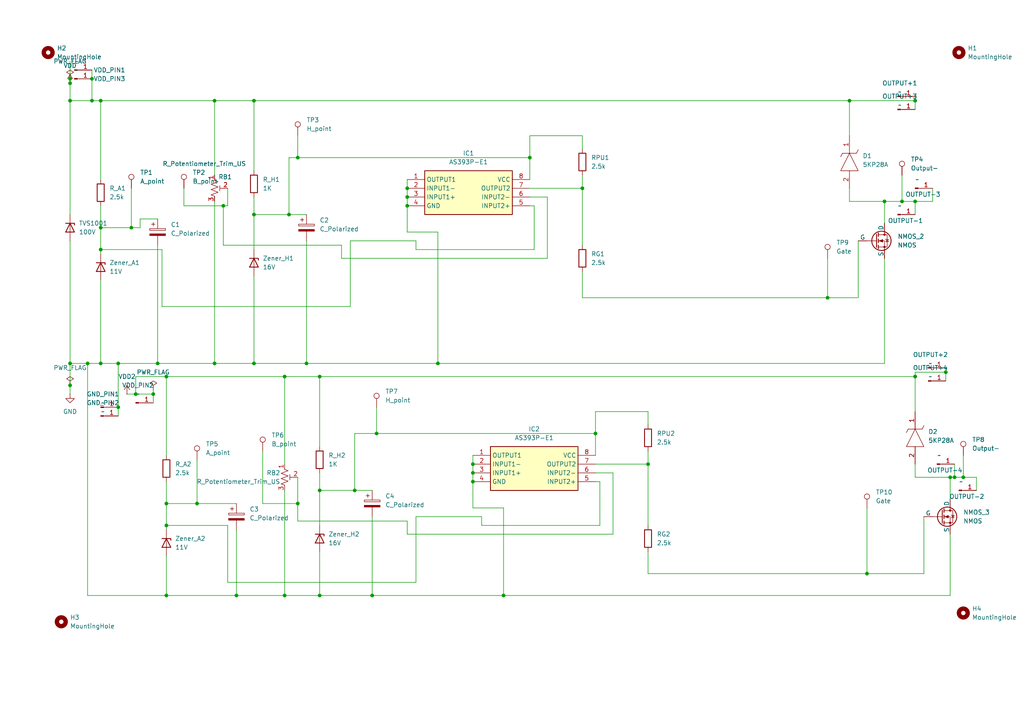
<source format=kicad_sch>
(kicad_sch
	(version 20250114)
	(generator "eeschema")
	(generator_version "9.0")
	(uuid "af14238b-89f9-47ac-8ab9-075336b6376b")
	(paper "A4")
	(lib_symbols
		(symbol "5KP28A:5KP28A"
			(pin_names
				(offset 0.762)
			)
			(exclude_from_sim no)
			(in_bom yes)
			(on_board yes)
			(property "Reference" "D"
				(at 10.16 8.89 0)
				(effects
					(font
						(size 1.27 1.27)
					)
					(justify left bottom)
				)
			)
			(property "Value" "5KP28A"
				(at 10.16 6.35 0)
				(effects
					(font
						(size 1.27 1.27)
					)
					(justify left bottom)
				)
			)
			(property "Footprint" "DIOAD4425W136L885D885"
				(at 10.16 3.81 0)
				(effects
					(font
						(size 1.27 1.27)
					)
					(justify left bottom)
					(hide yes)
				)
			)
			(property "Datasheet" "https://www.arrow.com/en/products/5kp28a/littelfuse"
				(at 10.16 1.27 0)
				(effects
					(font
						(size 1.27 1.27)
					)
					(justify left bottom)
					(hide yes)
				)
			)
			(property "Description" "Diode TVS Single Uni-Dir 28V 5KW 2-Pin Case P-600 T/R"
				(at 0 0 0)
				(effects
					(font
						(size 1.27 1.27)
					)
					(hide yes)
				)
			)
			(property "Description_1" "Diode TVS Single Uni-Dir 28V 5KW 2-Pin Case P-600 T/R"
				(at 10.16 -1.27 0)
				(effects
					(font
						(size 1.27 1.27)
					)
					(justify left bottom)
					(hide yes)
				)
			)
			(property "Height" ""
				(at 10.16 -3.81 0)
				(effects
					(font
						(size 1.27 1.27)
					)
					(justify left bottom)
					(hide yes)
				)
			)
			(property "Mouser Part Number" "576-5KP28A"
				(at 10.16 -6.35 0)
				(effects
					(font
						(size 1.27 1.27)
					)
					(justify left bottom)
					(hide yes)
				)
			)
			(property "Mouser Price/Stock" "https://www.mouser.co.uk/ProductDetail/Littelfuse/5KP28A?qs=zHiv0nsVGmoQfXX8XiqXVQ%3D%3D"
				(at 10.16 -8.89 0)
				(effects
					(font
						(size 1.27 1.27)
					)
					(justify left bottom)
					(hide yes)
				)
			)
			(property "Manufacturer_Name" "LITTELFUSE"
				(at 10.16 -11.43 0)
				(effects
					(font
						(size 1.27 1.27)
					)
					(justify left bottom)
					(hide yes)
				)
			)
			(property "Manufacturer_Part_Number" "5KP28A"
				(at 10.16 -13.97 0)
				(effects
					(font
						(size 1.27 1.27)
					)
					(justify left bottom)
					(hide yes)
				)
			)
			(symbol "5KP28A_0_0"
				(pin input line
					(at 0 0 0)
					(length 5.08)
					(name "~"
						(effects
							(font
								(size 1.27 1.27)
							)
						)
					)
					(number "1"
						(effects
							(font
								(size 1.27 1.27)
							)
						)
					)
				)
				(pin output line
					(at 15.24 0 180)
					(length 5.08)
					(name "~"
						(effects
							(font
								(size 1.27 1.27)
							)
						)
					)
					(number "2"
						(effects
							(font
								(size 1.27 1.27)
							)
						)
					)
				)
			)
			(symbol "5KP28A_0_1"
				(polyline
					(pts
						(xy 4.064 2.54) (xy 5.08 2.032)
					)
					(stroke
						(width 0.1524)
						(type solid)
					)
					(fill
						(type none)
					)
				)
				(polyline
					(pts
						(xy 5.08 0) (xy 10.16 2.54) (xy 10.16 -2.54) (xy 5.08 0)
					)
					(stroke
						(width 0.1524)
						(type solid)
					)
					(fill
						(type none)
					)
				)
				(polyline
					(pts
						(xy 5.08 -2.032) (xy 5.08 2.032)
					)
					(stroke
						(width 0.1524)
						(type solid)
					)
					(fill
						(type none)
					)
				)
				(polyline
					(pts
						(xy 5.08 -2.032) (xy 6.096 -2.54)
					)
					(stroke
						(width 0.1524)
						(type solid)
					)
					(fill
						(type none)
					)
				)
			)
			(embedded_fonts no)
		)
		(symbol "AS393P-E1:AS393P-E1"
			(exclude_from_sim no)
			(in_bom yes)
			(on_board yes)
			(property "Reference" "IC"
				(at 31.75 7.62 0)
				(effects
					(font
						(size 1.27 1.27)
					)
					(justify left top)
				)
			)
			(property "Value" "AS393P-E1"
				(at 31.75 5.08 0)
				(effects
					(font
						(size 1.27 1.27)
					)
					(justify left top)
				)
			)
			(property "Footprint" "DIP762W56P254L930H431Q8N"
				(at 31.75 -94.92 0)
				(effects
					(font
						(size 1.27 1.27)
					)
					(justify left top)
					(hide yes)
				)
			)
			(property "Datasheet" "https://www.diodes.com/assets/Datasheets/AS393-A.pdf"
				(at 31.75 -194.92 0)
				(effects
					(font
						(size 1.27 1.27)
					)
					(justify left top)
					(hide yes)
				)
			)
			(property "Description" "Analog Comparators LP Low Offset Dual 2 to 36V 0.6mA 25nA"
				(at 0 0 0)
				(effects
					(font
						(size 1.27 1.27)
					)
					(hide yes)
				)
			)
			(property "Height" "4.31"
				(at 31.75 -394.92 0)
				(effects
					(font
						(size 1.27 1.27)
					)
					(justify left top)
					(hide yes)
				)
			)
			(property "Mouser Part Number" "621-AS393P-E1"
				(at 31.75 -494.92 0)
				(effects
					(font
						(size 1.27 1.27)
					)
					(justify left top)
					(hide yes)
				)
			)
			(property "Mouser Price/Stock" "https://www.mouser.co.uk/ProductDetail/Diodes-Incorporated/AS393P-E1?qs=M%2FOdCRO8QQ0NHo5SsEQAwA%3D%3D"
				(at 31.75 -594.92 0)
				(effects
					(font
						(size 1.27 1.27)
					)
					(justify left top)
					(hide yes)
				)
			)
			(property "Manufacturer_Name" "Diodes Incorporated"
				(at 31.75 -694.92 0)
				(effects
					(font
						(size 1.27 1.27)
					)
					(justify left top)
					(hide yes)
				)
			)
			(property "Manufacturer_Part_Number" "AS393P-E1"
				(at 31.75 -794.92 0)
				(effects
					(font
						(size 1.27 1.27)
					)
					(justify left top)
					(hide yes)
				)
			)
			(symbol "AS393P-E1_1_1"
				(rectangle
					(start 5.08 2.54)
					(end 30.48 -10.16)
					(stroke
						(width 0.254)
						(type default)
					)
					(fill
						(type background)
					)
				)
				(pin passive line
					(at 0 0 0)
					(length 5.08)
					(name "OUTPUT1"
						(effects
							(font
								(size 1.27 1.27)
							)
						)
					)
					(number "1"
						(effects
							(font
								(size 1.27 1.27)
							)
						)
					)
				)
				(pin passive line
					(at 0 -2.54 0)
					(length 5.08)
					(name "INPUT1-"
						(effects
							(font
								(size 1.27 1.27)
							)
						)
					)
					(number "2"
						(effects
							(font
								(size 1.27 1.27)
							)
						)
					)
				)
				(pin passive line
					(at 0 -5.08 0)
					(length 5.08)
					(name "INPUT1+"
						(effects
							(font
								(size 1.27 1.27)
							)
						)
					)
					(number "3"
						(effects
							(font
								(size 1.27 1.27)
							)
						)
					)
				)
				(pin passive line
					(at 0 -7.62 0)
					(length 5.08)
					(name "GND"
						(effects
							(font
								(size 1.27 1.27)
							)
						)
					)
					(number "4"
						(effects
							(font
								(size 1.27 1.27)
							)
						)
					)
				)
				(pin passive line
					(at 35.56 0 180)
					(length 5.08)
					(name "VCC"
						(effects
							(font
								(size 1.27 1.27)
							)
						)
					)
					(number "8"
						(effects
							(font
								(size 1.27 1.27)
							)
						)
					)
				)
				(pin passive line
					(at 35.56 -2.54 180)
					(length 5.08)
					(name "OUTPUT2"
						(effects
							(font
								(size 1.27 1.27)
							)
						)
					)
					(number "7"
						(effects
							(font
								(size 1.27 1.27)
							)
						)
					)
				)
				(pin passive line
					(at 35.56 -5.08 180)
					(length 5.08)
					(name "INPUT2-"
						(effects
							(font
								(size 1.27 1.27)
							)
						)
					)
					(number "6"
						(effects
							(font
								(size 1.27 1.27)
							)
						)
					)
				)
				(pin passive line
					(at 35.56 -7.62 180)
					(length 5.08)
					(name "INPUT2+"
						(effects
							(font
								(size 1.27 1.27)
							)
						)
					)
					(number "5"
						(effects
							(font
								(size 1.27 1.27)
							)
						)
					)
				)
			)
			(embedded_fonts no)
		)
		(symbol "Connector:Conn_01x01_Pin"
			(pin_names
				(offset 1.016)
				(hide yes)
			)
			(exclude_from_sim no)
			(in_bom yes)
			(on_board yes)
			(property "Reference" "J"
				(at 0 2.54 0)
				(effects
					(font
						(size 1.27 1.27)
					)
				)
			)
			(property "Value" "Conn_01x01_Pin"
				(at 0 -2.54 0)
				(effects
					(font
						(size 1.27 1.27)
					)
				)
			)
			(property "Footprint" ""
				(at 0 0 0)
				(effects
					(font
						(size 1.27 1.27)
					)
					(hide yes)
				)
			)
			(property "Datasheet" "~"
				(at 0 0 0)
				(effects
					(font
						(size 1.27 1.27)
					)
					(hide yes)
				)
			)
			(property "Description" "Generic connector, single row, 01x01, script generated"
				(at 0 0 0)
				(effects
					(font
						(size 1.27 1.27)
					)
					(hide yes)
				)
			)
			(property "ki_locked" ""
				(at 0 0 0)
				(effects
					(font
						(size 1.27 1.27)
					)
				)
			)
			(property "ki_keywords" "connector"
				(at 0 0 0)
				(effects
					(font
						(size 1.27 1.27)
					)
					(hide yes)
				)
			)
			(property "ki_fp_filters" "Connector*:*_1x??_*"
				(at 0 0 0)
				(effects
					(font
						(size 1.27 1.27)
					)
					(hide yes)
				)
			)
			(symbol "Conn_01x01_Pin_1_1"
				(rectangle
					(start 0.8636 0.127)
					(end 0 -0.127)
					(stroke
						(width 0.1524)
						(type default)
					)
					(fill
						(type outline)
					)
				)
				(polyline
					(pts
						(xy 1.27 0) (xy 0.8636 0)
					)
					(stroke
						(width 0.1524)
						(type default)
					)
					(fill
						(type none)
					)
				)
				(pin passive line
					(at 5.08 0 180)
					(length 3.81)
					(name "Pin_1"
						(effects
							(font
								(size 1.27 1.27)
							)
						)
					)
					(number "1"
						(effects
							(font
								(size 1.27 1.27)
							)
						)
					)
				)
			)
			(embedded_fonts no)
		)
		(symbol "Connector:TestPoint"
			(pin_numbers
				(hide yes)
			)
			(pin_names
				(offset 0.762)
				(hide yes)
			)
			(exclude_from_sim no)
			(in_bom yes)
			(on_board yes)
			(property "Reference" "TP"
				(at 0 6.858 0)
				(effects
					(font
						(size 1.27 1.27)
					)
				)
			)
			(property "Value" "TestPoint"
				(at 0 5.08 0)
				(effects
					(font
						(size 1.27 1.27)
					)
				)
			)
			(property "Footprint" ""
				(at 5.08 0 0)
				(effects
					(font
						(size 1.27 1.27)
					)
					(hide yes)
				)
			)
			(property "Datasheet" "~"
				(at 5.08 0 0)
				(effects
					(font
						(size 1.27 1.27)
					)
					(hide yes)
				)
			)
			(property "Description" "test point"
				(at 0 0 0)
				(effects
					(font
						(size 1.27 1.27)
					)
					(hide yes)
				)
			)
			(property "ki_keywords" "test point tp"
				(at 0 0 0)
				(effects
					(font
						(size 1.27 1.27)
					)
					(hide yes)
				)
			)
			(property "ki_fp_filters" "Pin* Test*"
				(at 0 0 0)
				(effects
					(font
						(size 1.27 1.27)
					)
					(hide yes)
				)
			)
			(symbol "TestPoint_0_1"
				(circle
					(center 0 3.302)
					(radius 0.762)
					(stroke
						(width 0)
						(type default)
					)
					(fill
						(type none)
					)
				)
			)
			(symbol "TestPoint_1_1"
				(pin passive line
					(at 0 0 90)
					(length 2.54)
					(name "1"
						(effects
							(font
								(size 1.27 1.27)
							)
						)
					)
					(number "1"
						(effects
							(font
								(size 1.27 1.27)
							)
						)
					)
				)
			)
			(embedded_fonts no)
		)
		(symbol "Device:C_Polarized"
			(pin_numbers
				(hide yes)
			)
			(pin_names
				(offset 0.254)
			)
			(exclude_from_sim no)
			(in_bom yes)
			(on_board yes)
			(property "Reference" "C"
				(at 0.635 2.54 0)
				(effects
					(font
						(size 1.27 1.27)
					)
					(justify left)
				)
			)
			(property "Value" "C_Polarized"
				(at 0.635 -2.54 0)
				(effects
					(font
						(size 1.27 1.27)
					)
					(justify left)
				)
			)
			(property "Footprint" ""
				(at 0.9652 -3.81 0)
				(effects
					(font
						(size 1.27 1.27)
					)
					(hide yes)
				)
			)
			(property "Datasheet" "~"
				(at 0 0 0)
				(effects
					(font
						(size 1.27 1.27)
					)
					(hide yes)
				)
			)
			(property "Description" "Polarized capacitor"
				(at 0 0 0)
				(effects
					(font
						(size 1.27 1.27)
					)
					(hide yes)
				)
			)
			(property "ki_keywords" "cap capacitor"
				(at 0 0 0)
				(effects
					(font
						(size 1.27 1.27)
					)
					(hide yes)
				)
			)
			(property "ki_fp_filters" "CP_*"
				(at 0 0 0)
				(effects
					(font
						(size 1.27 1.27)
					)
					(hide yes)
				)
			)
			(symbol "C_Polarized_0_1"
				(rectangle
					(start -2.286 0.508)
					(end 2.286 1.016)
					(stroke
						(width 0)
						(type default)
					)
					(fill
						(type none)
					)
				)
				(polyline
					(pts
						(xy -1.778 2.286) (xy -0.762 2.286)
					)
					(stroke
						(width 0)
						(type default)
					)
					(fill
						(type none)
					)
				)
				(polyline
					(pts
						(xy -1.27 2.794) (xy -1.27 1.778)
					)
					(stroke
						(width 0)
						(type default)
					)
					(fill
						(type none)
					)
				)
				(rectangle
					(start 2.286 -0.508)
					(end -2.286 -1.016)
					(stroke
						(width 0)
						(type default)
					)
					(fill
						(type outline)
					)
				)
			)
			(symbol "C_Polarized_1_1"
				(pin passive line
					(at 0 3.81 270)
					(length 2.794)
					(name "~"
						(effects
							(font
								(size 1.27 1.27)
							)
						)
					)
					(number "1"
						(effects
							(font
								(size 1.27 1.27)
							)
						)
					)
				)
				(pin passive line
					(at 0 -3.81 90)
					(length 2.794)
					(name "~"
						(effects
							(font
								(size 1.27 1.27)
							)
						)
					)
					(number "2"
						(effects
							(font
								(size 1.27 1.27)
							)
						)
					)
				)
			)
			(embedded_fonts no)
		)
		(symbol "Device:D_Zener"
			(pin_numbers
				(hide yes)
			)
			(pin_names
				(offset 1.016)
				(hide yes)
			)
			(exclude_from_sim no)
			(in_bom yes)
			(on_board yes)
			(property "Reference" "D"
				(at 0 2.54 0)
				(effects
					(font
						(size 1.27 1.27)
					)
				)
			)
			(property "Value" "D_Zener"
				(at 0 -2.54 0)
				(effects
					(font
						(size 1.27 1.27)
					)
				)
			)
			(property "Footprint" ""
				(at 0 0 0)
				(effects
					(font
						(size 1.27 1.27)
					)
					(hide yes)
				)
			)
			(property "Datasheet" "~"
				(at 0 0 0)
				(effects
					(font
						(size 1.27 1.27)
					)
					(hide yes)
				)
			)
			(property "Description" "Zener diode"
				(at 0 0 0)
				(effects
					(font
						(size 1.27 1.27)
					)
					(hide yes)
				)
			)
			(property "ki_keywords" "diode"
				(at 0 0 0)
				(effects
					(font
						(size 1.27 1.27)
					)
					(hide yes)
				)
			)
			(property "ki_fp_filters" "TO-???* *_Diode_* *SingleDiode* D_*"
				(at 0 0 0)
				(effects
					(font
						(size 1.27 1.27)
					)
					(hide yes)
				)
			)
			(symbol "D_Zener_0_1"
				(polyline
					(pts
						(xy -1.27 -1.27) (xy -1.27 1.27) (xy -0.762 1.27)
					)
					(stroke
						(width 0.254)
						(type default)
					)
					(fill
						(type none)
					)
				)
				(polyline
					(pts
						(xy 1.27 0) (xy -1.27 0)
					)
					(stroke
						(width 0)
						(type default)
					)
					(fill
						(type none)
					)
				)
				(polyline
					(pts
						(xy 1.27 -1.27) (xy 1.27 1.27) (xy -1.27 0) (xy 1.27 -1.27)
					)
					(stroke
						(width 0.254)
						(type default)
					)
					(fill
						(type none)
					)
				)
			)
			(symbol "D_Zener_1_1"
				(pin passive line
					(at -3.81 0 0)
					(length 2.54)
					(name "K"
						(effects
							(font
								(size 1.27 1.27)
							)
						)
					)
					(number "1"
						(effects
							(font
								(size 1.27 1.27)
							)
						)
					)
				)
				(pin passive line
					(at 3.81 0 180)
					(length 2.54)
					(name "A"
						(effects
							(font
								(size 1.27 1.27)
							)
						)
					)
					(number "2"
						(effects
							(font
								(size 1.27 1.27)
							)
						)
					)
				)
			)
			(embedded_fonts no)
		)
		(symbol "Device:R"
			(pin_numbers
				(hide yes)
			)
			(pin_names
				(offset 0)
			)
			(exclude_from_sim no)
			(in_bom yes)
			(on_board yes)
			(property "Reference" "R"
				(at 2.032 0 90)
				(effects
					(font
						(size 1.27 1.27)
					)
				)
			)
			(property "Value" "R"
				(at 0 0 90)
				(effects
					(font
						(size 1.27 1.27)
					)
				)
			)
			(property "Footprint" ""
				(at -1.778 0 90)
				(effects
					(font
						(size 1.27 1.27)
					)
					(hide yes)
				)
			)
			(property "Datasheet" "~"
				(at 0 0 0)
				(effects
					(font
						(size 1.27 1.27)
					)
					(hide yes)
				)
			)
			(property "Description" "Resistor"
				(at 0 0 0)
				(effects
					(font
						(size 1.27 1.27)
					)
					(hide yes)
				)
			)
			(property "ki_keywords" "R res resistor"
				(at 0 0 0)
				(effects
					(font
						(size 1.27 1.27)
					)
					(hide yes)
				)
			)
			(property "ki_fp_filters" "R_*"
				(at 0 0 0)
				(effects
					(font
						(size 1.27 1.27)
					)
					(hide yes)
				)
			)
			(symbol "R_0_1"
				(rectangle
					(start -1.016 -2.54)
					(end 1.016 2.54)
					(stroke
						(width 0.254)
						(type default)
					)
					(fill
						(type none)
					)
				)
			)
			(symbol "R_1_1"
				(pin passive line
					(at 0 3.81 270)
					(length 1.27)
					(name "~"
						(effects
							(font
								(size 1.27 1.27)
							)
						)
					)
					(number "1"
						(effects
							(font
								(size 1.27 1.27)
							)
						)
					)
				)
				(pin passive line
					(at 0 -3.81 90)
					(length 1.27)
					(name "~"
						(effects
							(font
								(size 1.27 1.27)
							)
						)
					)
					(number "2"
						(effects
							(font
								(size 1.27 1.27)
							)
						)
					)
				)
			)
			(embedded_fonts no)
		)
		(symbol "Device:R_Potentiometer_Trim_US"
			(pin_names
				(offset 1.016)
				(hide yes)
			)
			(exclude_from_sim no)
			(in_bom yes)
			(on_board yes)
			(property "Reference" "RV"
				(at -4.445 0 90)
				(effects
					(font
						(size 1.27 1.27)
					)
				)
			)
			(property "Value" "R_Potentiometer_Trim_US"
				(at -2.54 0 90)
				(effects
					(font
						(size 1.27 1.27)
					)
				)
			)
			(property "Footprint" ""
				(at 0 0 0)
				(effects
					(font
						(size 1.27 1.27)
					)
					(hide yes)
				)
			)
			(property "Datasheet" "~"
				(at 0 0 0)
				(effects
					(font
						(size 1.27 1.27)
					)
					(hide yes)
				)
			)
			(property "Description" "Trim-potentiometer, US symbol"
				(at 0 0 0)
				(effects
					(font
						(size 1.27 1.27)
					)
					(hide yes)
				)
			)
			(property "ki_keywords" "resistor variable trimpot trimmer"
				(at 0 0 0)
				(effects
					(font
						(size 1.27 1.27)
					)
					(hide yes)
				)
			)
			(property "ki_fp_filters" "Potentiometer*"
				(at 0 0 0)
				(effects
					(font
						(size 1.27 1.27)
					)
					(hide yes)
				)
			)
			(symbol "R_Potentiometer_Trim_US_0_1"
				(polyline
					(pts
						(xy 0 2.286) (xy 0 2.54)
					)
					(stroke
						(width 0)
						(type default)
					)
					(fill
						(type none)
					)
				)
				(polyline
					(pts
						(xy 0 2.286) (xy 1.016 1.905) (xy 0 1.524) (xy -1.016 1.143) (xy 0 0.762)
					)
					(stroke
						(width 0)
						(type default)
					)
					(fill
						(type none)
					)
				)
				(polyline
					(pts
						(xy 0 0.762) (xy 1.016 0.381) (xy 0 0) (xy -1.016 -0.381) (xy 0 -0.762)
					)
					(stroke
						(width 0)
						(type default)
					)
					(fill
						(type none)
					)
				)
				(polyline
					(pts
						(xy 0 -0.762) (xy 1.016 -1.143) (xy 0 -1.524) (xy -1.016 -1.905) (xy 0 -2.286)
					)
					(stroke
						(width 0)
						(type default)
					)
					(fill
						(type none)
					)
				)
				(polyline
					(pts
						(xy 0 -2.286) (xy 0 -2.54)
					)
					(stroke
						(width 0)
						(type default)
					)
					(fill
						(type none)
					)
				)
				(polyline
					(pts
						(xy 1.524 0.762) (xy 1.524 -0.762)
					)
					(stroke
						(width 0)
						(type default)
					)
					(fill
						(type none)
					)
				)
				(polyline
					(pts
						(xy 2.54 0) (xy 1.524 0)
					)
					(stroke
						(width 0)
						(type default)
					)
					(fill
						(type none)
					)
				)
			)
			(symbol "R_Potentiometer_Trim_US_1_1"
				(pin passive line
					(at 0 3.81 270)
					(length 1.27)
					(name "1"
						(effects
							(font
								(size 1.27 1.27)
							)
						)
					)
					(number "1"
						(effects
							(font
								(size 1.27 1.27)
							)
						)
					)
				)
				(pin passive line
					(at 0 -3.81 90)
					(length 1.27)
					(name "3"
						(effects
							(font
								(size 1.27 1.27)
							)
						)
					)
					(number "3"
						(effects
							(font
								(size 1.27 1.27)
							)
						)
					)
				)
				(pin passive line
					(at 3.81 0 180)
					(length 1.27)
					(name "2"
						(effects
							(font
								(size 1.27 1.27)
							)
						)
					)
					(number "2"
						(effects
							(font
								(size 1.27 1.27)
							)
						)
					)
				)
			)
			(embedded_fonts no)
		)
		(symbol "Mechanical:MountingHole"
			(pin_names
				(offset 1.016)
			)
			(exclude_from_sim no)
			(in_bom no)
			(on_board yes)
			(property "Reference" "H"
				(at 0 5.08 0)
				(effects
					(font
						(size 1.27 1.27)
					)
				)
			)
			(property "Value" "MountingHole"
				(at 0 3.175 0)
				(effects
					(font
						(size 1.27 1.27)
					)
				)
			)
			(property "Footprint" ""
				(at 0 0 0)
				(effects
					(font
						(size 1.27 1.27)
					)
					(hide yes)
				)
			)
			(property "Datasheet" "~"
				(at 0 0 0)
				(effects
					(font
						(size 1.27 1.27)
					)
					(hide yes)
				)
			)
			(property "Description" "Mounting Hole without connection"
				(at 0 0 0)
				(effects
					(font
						(size 1.27 1.27)
					)
					(hide yes)
				)
			)
			(property "ki_keywords" "mounting hole"
				(at 0 0 0)
				(effects
					(font
						(size 1.27 1.27)
					)
					(hide yes)
				)
			)
			(property "ki_fp_filters" "MountingHole*"
				(at 0 0 0)
				(effects
					(font
						(size 1.27 1.27)
					)
					(hide yes)
				)
			)
			(symbol "MountingHole_0_1"
				(circle
					(center 0 0)
					(radius 1.27)
					(stroke
						(width 1.27)
						(type default)
					)
					(fill
						(type none)
					)
				)
			)
			(embedded_fonts no)
		)
		(symbol "Simulation_SPICE:NMOS"
			(pin_numbers
				(hide yes)
			)
			(pin_names
				(offset 0)
			)
			(exclude_from_sim no)
			(in_bom yes)
			(on_board yes)
			(property "Reference" "Q"
				(at 5.08 1.27 0)
				(effects
					(font
						(size 1.27 1.27)
					)
					(justify left)
				)
			)
			(property "Value" "NMOS"
				(at 5.08 -1.27 0)
				(effects
					(font
						(size 1.27 1.27)
					)
					(justify left)
				)
			)
			(property "Footprint" ""
				(at 5.08 2.54 0)
				(effects
					(font
						(size 1.27 1.27)
					)
					(hide yes)
				)
			)
			(property "Datasheet" "https://ngspice.sourceforge.io/docs/ngspice-html-manual/manual.xhtml#cha_MOSFETs"
				(at 0 -12.7 0)
				(effects
					(font
						(size 1.27 1.27)
					)
					(hide yes)
				)
			)
			(property "Description" "N-MOSFET transistor, drain/source/gate"
				(at 0 0 0)
				(effects
					(font
						(size 1.27 1.27)
					)
					(hide yes)
				)
			)
			(property "Sim.Device" "NMOS"
				(at 0 -17.145 0)
				(effects
					(font
						(size 1.27 1.27)
					)
					(hide yes)
				)
			)
			(property "Sim.Type" "VDMOS"
				(at 0 -19.05 0)
				(effects
					(font
						(size 1.27 1.27)
					)
					(hide yes)
				)
			)
			(property "Sim.Pins" "1=D 2=G 3=S"
				(at 0 -15.24 0)
				(effects
					(font
						(size 1.27 1.27)
					)
					(hide yes)
				)
			)
			(property "ki_keywords" "transistor NMOS N-MOS N-MOSFET simulation"
				(at 0 0 0)
				(effects
					(font
						(size 1.27 1.27)
					)
					(hide yes)
				)
			)
			(symbol "NMOS_0_1"
				(polyline
					(pts
						(xy 0.254 1.905) (xy 0.254 -1.905)
					)
					(stroke
						(width 0.254)
						(type default)
					)
					(fill
						(type none)
					)
				)
				(polyline
					(pts
						(xy 0.254 0) (xy -2.54 0)
					)
					(stroke
						(width 0)
						(type default)
					)
					(fill
						(type none)
					)
				)
				(polyline
					(pts
						(xy 0.762 2.286) (xy 0.762 1.27)
					)
					(stroke
						(width 0.254)
						(type default)
					)
					(fill
						(type none)
					)
				)
				(polyline
					(pts
						(xy 0.762 0.508) (xy 0.762 -0.508)
					)
					(stroke
						(width 0.254)
						(type default)
					)
					(fill
						(type none)
					)
				)
				(polyline
					(pts
						(xy 0.762 -1.27) (xy 0.762 -2.286)
					)
					(stroke
						(width 0.254)
						(type default)
					)
					(fill
						(type none)
					)
				)
				(polyline
					(pts
						(xy 0.762 -1.778) (xy 3.302 -1.778) (xy 3.302 1.778) (xy 0.762 1.778)
					)
					(stroke
						(width 0)
						(type default)
					)
					(fill
						(type none)
					)
				)
				(polyline
					(pts
						(xy 1.016 0) (xy 2.032 0.381) (xy 2.032 -0.381) (xy 1.016 0)
					)
					(stroke
						(width 0)
						(type default)
					)
					(fill
						(type outline)
					)
				)
				(circle
					(center 1.651 0)
					(radius 2.794)
					(stroke
						(width 0.254)
						(type default)
					)
					(fill
						(type none)
					)
				)
				(polyline
					(pts
						(xy 2.54 2.54) (xy 2.54 1.778)
					)
					(stroke
						(width 0)
						(type default)
					)
					(fill
						(type none)
					)
				)
				(circle
					(center 2.54 1.778)
					(radius 0.254)
					(stroke
						(width 0)
						(type default)
					)
					(fill
						(type outline)
					)
				)
				(circle
					(center 2.54 -1.778)
					(radius 0.254)
					(stroke
						(width 0)
						(type default)
					)
					(fill
						(type outline)
					)
				)
				(polyline
					(pts
						(xy 2.54 -2.54) (xy 2.54 0) (xy 0.762 0)
					)
					(stroke
						(width 0)
						(type default)
					)
					(fill
						(type none)
					)
				)
				(polyline
					(pts
						(xy 2.794 0.508) (xy 2.921 0.381) (xy 3.683 0.381) (xy 3.81 0.254)
					)
					(stroke
						(width 0)
						(type default)
					)
					(fill
						(type none)
					)
				)
				(polyline
					(pts
						(xy 3.302 0.381) (xy 2.921 -0.254) (xy 3.683 -0.254) (xy 3.302 0.381)
					)
					(stroke
						(width 0)
						(type default)
					)
					(fill
						(type none)
					)
				)
			)
			(symbol "NMOS_1_1"
				(pin input line
					(at -5.08 0 0)
					(length 2.54)
					(name "G"
						(effects
							(font
								(size 1.27 1.27)
							)
						)
					)
					(number "2"
						(effects
							(font
								(size 1.27 1.27)
							)
						)
					)
				)
				(pin passive line
					(at 2.54 5.08 270)
					(length 2.54)
					(name "D"
						(effects
							(font
								(size 1.27 1.27)
							)
						)
					)
					(number "1"
						(effects
							(font
								(size 1.27 1.27)
							)
						)
					)
				)
				(pin passive line
					(at 2.54 -5.08 90)
					(length 2.54)
					(name "S"
						(effects
							(font
								(size 1.27 1.27)
							)
						)
					)
					(number "3"
						(effects
							(font
								(size 1.27 1.27)
							)
						)
					)
				)
			)
			(embedded_fonts no)
		)
		(symbol "power:GND"
			(power)
			(pin_numbers
				(hide yes)
			)
			(pin_names
				(offset 0)
				(hide yes)
			)
			(exclude_from_sim no)
			(in_bom yes)
			(on_board yes)
			(property "Reference" "#PWR"
				(at 0 -6.35 0)
				(effects
					(font
						(size 1.27 1.27)
					)
					(hide yes)
				)
			)
			(property "Value" "GND"
				(at 0 -3.81 0)
				(effects
					(font
						(size 1.27 1.27)
					)
				)
			)
			(property "Footprint" ""
				(at 0 0 0)
				(effects
					(font
						(size 1.27 1.27)
					)
					(hide yes)
				)
			)
			(property "Datasheet" ""
				(at 0 0 0)
				(effects
					(font
						(size 1.27 1.27)
					)
					(hide yes)
				)
			)
			(property "Description" "Power symbol creates a global label with name \"GND\" , ground"
				(at 0 0 0)
				(effects
					(font
						(size 1.27 1.27)
					)
					(hide yes)
				)
			)
			(property "ki_keywords" "global power"
				(at 0 0 0)
				(effects
					(font
						(size 1.27 1.27)
					)
					(hide yes)
				)
			)
			(symbol "GND_0_1"
				(polyline
					(pts
						(xy 0 0) (xy 0 -1.27) (xy 1.27 -1.27) (xy 0 -2.54) (xy -1.27 -1.27) (xy 0 -1.27)
					)
					(stroke
						(width 0)
						(type default)
					)
					(fill
						(type none)
					)
				)
			)
			(symbol "GND_1_1"
				(pin power_in line
					(at 0 0 270)
					(length 0)
					(name "~"
						(effects
							(font
								(size 1.27 1.27)
							)
						)
					)
					(number "1"
						(effects
							(font
								(size 1.27 1.27)
							)
						)
					)
				)
			)
			(embedded_fonts no)
		)
		(symbol "power:PWR_FLAG"
			(power)
			(pin_numbers
				(hide yes)
			)
			(pin_names
				(offset 0)
				(hide yes)
			)
			(exclude_from_sim no)
			(in_bom yes)
			(on_board yes)
			(property "Reference" "#FLG"
				(at 0 1.905 0)
				(effects
					(font
						(size 1.27 1.27)
					)
					(hide yes)
				)
			)
			(property "Value" "PWR_FLAG"
				(at 0 3.81 0)
				(effects
					(font
						(size 1.27 1.27)
					)
				)
			)
			(property "Footprint" ""
				(at 0 0 0)
				(effects
					(font
						(size 1.27 1.27)
					)
					(hide yes)
				)
			)
			(property "Datasheet" "~"
				(at 0 0 0)
				(effects
					(font
						(size 1.27 1.27)
					)
					(hide yes)
				)
			)
			(property "Description" "Special symbol for telling ERC where power comes from"
				(at 0 0 0)
				(effects
					(font
						(size 1.27 1.27)
					)
					(hide yes)
				)
			)
			(property "ki_keywords" "flag power"
				(at 0 0 0)
				(effects
					(font
						(size 1.27 1.27)
					)
					(hide yes)
				)
			)
			(symbol "PWR_FLAG_0_0"
				(pin power_out line
					(at 0 0 90)
					(length 0)
					(name "~"
						(effects
							(font
								(size 1.27 1.27)
							)
						)
					)
					(number "1"
						(effects
							(font
								(size 1.27 1.27)
							)
						)
					)
				)
			)
			(symbol "PWR_FLAG_0_1"
				(polyline
					(pts
						(xy 0 0) (xy 0 1.27) (xy -1.016 1.905) (xy 0 2.54) (xy 1.016 1.905) (xy 0 1.27)
					)
					(stroke
						(width 0)
						(type default)
					)
					(fill
						(type none)
					)
				)
			)
			(embedded_fonts no)
		)
		(symbol "power:VDD"
			(power)
			(pin_numbers
				(hide yes)
			)
			(pin_names
				(offset 0)
				(hide yes)
			)
			(exclude_from_sim no)
			(in_bom yes)
			(on_board yes)
			(property "Reference" "#PWR"
				(at 0 -3.81 0)
				(effects
					(font
						(size 1.27 1.27)
					)
					(hide yes)
				)
			)
			(property "Value" "VDD"
				(at 0 3.556 0)
				(effects
					(font
						(size 1.27 1.27)
					)
				)
			)
			(property "Footprint" ""
				(at 0 0 0)
				(effects
					(font
						(size 1.27 1.27)
					)
					(hide yes)
				)
			)
			(property "Datasheet" ""
				(at 0 0 0)
				(effects
					(font
						(size 1.27 1.27)
					)
					(hide yes)
				)
			)
			(property "Description" "Power symbol creates a global label with name \"VDD\""
				(at 0 0 0)
				(effects
					(font
						(size 1.27 1.27)
					)
					(hide yes)
				)
			)
			(property "ki_keywords" "global power"
				(at 0 0 0)
				(effects
					(font
						(size 1.27 1.27)
					)
					(hide yes)
				)
			)
			(symbol "VDD_0_1"
				(polyline
					(pts
						(xy -0.762 1.27) (xy 0 2.54)
					)
					(stroke
						(width 0)
						(type default)
					)
					(fill
						(type none)
					)
				)
				(polyline
					(pts
						(xy 0 2.54) (xy 0.762 1.27)
					)
					(stroke
						(width 0)
						(type default)
					)
					(fill
						(type none)
					)
				)
				(polyline
					(pts
						(xy 0 0) (xy 0 2.54)
					)
					(stroke
						(width 0)
						(type default)
					)
					(fill
						(type none)
					)
				)
			)
			(symbol "VDD_1_1"
				(pin power_in line
					(at 0 0 90)
					(length 0)
					(name "~"
						(effects
							(font
								(size 1.27 1.27)
							)
						)
					)
					(number "1"
						(effects
							(font
								(size 1.27 1.27)
							)
						)
					)
				)
			)
			(embedded_fonts no)
		)
	)
	(junction
		(at 153.67 45.72)
		(diameter 0)
		(color 0 0 0 0)
		(uuid "0664bd75-7ae1-4ae4-9f51-fa632c71f789")
	)
	(junction
		(at 261.62 58.42)
		(diameter 0)
		(color 0 0 0 0)
		(uuid "08980c5c-6098-4fee-8865-31a0b4b19286")
	)
	(junction
		(at 20.32 24.13)
		(diameter 0)
		(color 0 0 0 0)
		(uuid "096545f3-377f-41a7-a58d-2693bb640ae3")
	)
	(junction
		(at 29.21 72.39)
		(diameter 0)
		(color 0 0 0 0)
		(uuid "09c48389-7092-4d8b-a0a6-a10440c44bea")
	)
	(junction
		(at 48.26 172.72)
		(diameter 0)
		(color 0 0 0 0)
		(uuid "0a5cd30e-96f0-4d9c-a185-d12c962313d4")
	)
	(junction
		(at 82.55 109.22)
		(diameter 0)
		(color 0 0 0 0)
		(uuid "0aad6570-f293-48ac-8798-0664475e3e16")
	)
	(junction
		(at 73.66 62.23)
		(diameter 0)
		(color 0 0 0 0)
		(uuid "0bfcbd58-9477-4824-996c-f960877e7d59")
	)
	(junction
		(at 82.55 172.72)
		(diameter 0)
		(color 0 0 0 0)
		(uuid "0fbb7aa0-ad47-4686-93f1-c1a0be710103")
	)
	(junction
		(at 38.1 66.04)
		(diameter 0)
		(color 0 0 0 0)
		(uuid "1207a71e-d723-4a33-a8ed-570973694bd0")
	)
	(junction
		(at 20.32 105.41)
		(diameter 0)
		(color 0 0 0 0)
		(uuid "16b468af-b099-447f-8421-3a4c43311fd8")
	)
	(junction
		(at 20.32 29.21)
		(diameter 0)
		(color 0 0 0 0)
		(uuid "1d504691-d9e6-437b-8122-4613bf12c4bc")
	)
	(junction
		(at 20.32 111.76)
		(diameter 0)
		(color 0 0 0 0)
		(uuid "20049c14-32a6-4540-bb90-b95419b9fdcf")
	)
	(junction
		(at 256.54 58.42)
		(diameter 0)
		(color 0 0 0 0)
		(uuid "202a5e9b-83e5-4a19-98da-f1ae0971963d")
	)
	(junction
		(at 109.22 125.73)
		(diameter 0)
		(color 0 0 0 0)
		(uuid "22632cbf-b9c1-4f52-989c-d46a6373aa21")
	)
	(junction
		(at 137.16 137.16)
		(diameter 0)
		(color 0 0 0 0)
		(uuid "3598e1e7-4094-4b32-9ea8-51422cbf75ff")
	)
	(junction
		(at 102.87 142.24)
		(diameter 0)
		(color 0 0 0 0)
		(uuid "447647ad-424f-4ff8-abac-7ebb611d350c")
	)
	(junction
		(at 83.82 62.23)
		(diameter 0)
		(color 0 0 0 0)
		(uuid "458ae108-f08e-4dea-bea8-ff886c5b3692")
	)
	(junction
		(at 92.71 109.22)
		(diameter 0)
		(color 0 0 0 0)
		(uuid "4a13a4a1-ecbc-4214-9cb2-04a935a14085")
	)
	(junction
		(at 118.11 59.69)
		(diameter 0)
		(color 0 0 0 0)
		(uuid "4dd1ce58-a55a-43e5-adad-e1b9cad99a3f")
	)
	(junction
		(at 48.26 146.05)
		(diameter 0)
		(color 0 0 0 0)
		(uuid "4e74b42e-0977-43ae-98ff-bcf77880aa98")
	)
	(junction
		(at 265.43 58.42)
		(diameter 0)
		(color 0 0 0 0)
		(uuid "4f215a56-fe9c-41a8-a4e8-c4ff2688200a")
	)
	(junction
		(at 118.11 54.61)
		(diameter 0)
		(color 0 0 0 0)
		(uuid "5c901807-4dd9-40b8-b0fa-fe81cb04cbb2")
	)
	(junction
		(at 240.03 86.36)
		(diameter 0)
		(color 0 0 0 0)
		(uuid "5d543663-6418-45fc-b81c-556829269810")
	)
	(junction
		(at 73.66 29.21)
		(diameter 0)
		(color 0 0 0 0)
		(uuid "62384bdf-d6d9-405c-904e-917012cd28b9")
	)
	(junction
		(at 279.4 138.43)
		(diameter 0)
		(color 0 0 0 0)
		(uuid "6460b176-4cca-4a15-bc28-85d23244e191")
	)
	(junction
		(at 20.32 22.86)
		(diameter 0)
		(color 0 0 0 0)
		(uuid "6ff9228d-043d-4063-996c-ac515336d5d7")
	)
	(junction
		(at 118.11 57.15)
		(diameter 0)
		(color 0 0 0 0)
		(uuid "7490389b-ad3c-4228-8414-cc841badf490")
	)
	(junction
		(at 57.15 146.05)
		(diameter 0)
		(color 0 0 0 0)
		(uuid "75a5d744-c476-44b5-895a-83c8a36afd3d")
	)
	(junction
		(at 274.32 107.95)
		(diameter 0)
		(color 0 0 0 0)
		(uuid "75bc8219-cb94-48e1-afd6-35ee368cce2b")
	)
	(junction
		(at 86.36 45.72)
		(diameter 0)
		(color 0 0 0 0)
		(uuid "7631ca85-5674-4726-b6e7-445ef0d26822")
	)
	(junction
		(at 92.71 172.72)
		(diameter 0)
		(color 0 0 0 0)
		(uuid "7922b75e-34ba-4efd-9d08-31f7c9ad5db4")
	)
	(junction
		(at 127 105.41)
		(diameter 0)
		(color 0 0 0 0)
		(uuid "7af5926a-db77-4b41-8367-edae844bbae6")
	)
	(junction
		(at 265.43 109.22)
		(diameter 0)
		(color 0 0 0 0)
		(uuid "7ceb6ab0-edb3-4efc-8225-cfc972d5aee7")
	)
	(junction
		(at 107.95 172.72)
		(diameter 0)
		(color 0 0 0 0)
		(uuid "8222542d-526f-43d2-92c2-0d4e254d6c57")
	)
	(junction
		(at 137.16 139.7)
		(diameter 0)
		(color 0 0 0 0)
		(uuid "84086927-5cbd-4a0d-89d9-be9f4491ba10")
	)
	(junction
		(at 275.59 138.43)
		(diameter 0)
		(color 0 0 0 0)
		(uuid "85a3329d-a5c7-4639-ba2c-49c39b7d8e7c")
	)
	(junction
		(at 146.05 172.72)
		(diameter 0)
		(color 0 0 0 0)
		(uuid "8895dc89-a6fb-458e-8d8c-b35d694f5d0a")
	)
	(junction
		(at 68.58 172.72)
		(diameter 0)
		(color 0 0 0 0)
		(uuid "8f6026f1-9640-42cf-a5f0-cce515408cf8")
	)
	(junction
		(at 62.23 105.41)
		(diameter 0)
		(color 0 0 0 0)
		(uuid "8fc9d2ac-860d-4533-9187-252549c62255")
	)
	(junction
		(at 25.4 105.41)
		(diameter 0)
		(color 0 0 0 0)
		(uuid "8ff2b4a1-40ac-4a2f-be35-a693a6ff1310")
	)
	(junction
		(at 26.67 22.86)
		(diameter 0)
		(color 0 0 0 0)
		(uuid "983496fe-7af8-4e97-b861-4f3c9ecb38d6")
	)
	(junction
		(at 88.9 105.41)
		(diameter 0)
		(color 0 0 0 0)
		(uuid "9a58945c-850c-4c4e-bbc9-ab733b8249f3")
	)
	(junction
		(at 265.43 29.21)
		(diameter 0)
		(color 0 0 0 0)
		(uuid "9b259bae-b0e0-4635-b8db-52ddd1131336")
	)
	(junction
		(at 44.45 114.3)
		(diameter 0)
		(color 0 0 0 0)
		(uuid "9ee337a0-1aa7-4d7d-be4d-8afb5b3ee542")
	)
	(junction
		(at 48.26 109.22)
		(diameter 0)
		(color 0 0 0 0)
		(uuid "b1159b1e-9615-401d-b9d3-219d2d178d21")
	)
	(junction
		(at 73.66 105.41)
		(diameter 0)
		(color 0 0 0 0)
		(uuid "b265c773-d668-48c0-a13e-9c564c5f38cb")
	)
	(junction
		(at 29.21 29.21)
		(diameter 0)
		(color 0 0 0 0)
		(uuid "b85bc585-1ab3-45e5-85d9-48dac7b1ec2e")
	)
	(junction
		(at 246.38 29.21)
		(diameter 0)
		(color 0 0 0 0)
		(uuid "be185c53-8644-4e46-ac90-f302b6f0fadd")
	)
	(junction
		(at 29.21 66.04)
		(diameter 0)
		(color 0 0 0 0)
		(uuid "c0b9e9df-b5d6-46b5-bcf6-bd978ed7ef41")
	)
	(junction
		(at 172.72 125.73)
		(diameter 0)
		(color 0 0 0 0)
		(uuid "c1a04631-41c5-4cfa-b111-2267a5d7ee31")
	)
	(junction
		(at 64.77 59.69)
		(diameter 0)
		(color 0 0 0 0)
		(uuid "c30c166a-adc2-49e8-bdea-8a41c5a7090a")
	)
	(junction
		(at 26.67 29.21)
		(diameter 0)
		(color 0 0 0 0)
		(uuid "c62a3549-1e66-4567-bf0d-d9a9cb0814ea")
	)
	(junction
		(at 29.21 105.41)
		(diameter 0)
		(color 0 0 0 0)
		(uuid "c882af94-1e02-4b35-85ee-f4495c7b85af")
	)
	(junction
		(at 62.23 29.21)
		(diameter 0)
		(color 0 0 0 0)
		(uuid "ceb0b4e1-0642-428c-9040-5fadb2733cfa")
	)
	(junction
		(at 48.26 152.4)
		(diameter 0)
		(color 0 0 0 0)
		(uuid "d15168f4-bec8-4f76-989f-f6f826275fe8")
	)
	(junction
		(at 34.29 118.11)
		(diameter 0)
		(color 0 0 0 0)
		(uuid "d4c4b7bf-2ec3-4a18-afa0-3290fbc26424")
	)
	(junction
		(at 276.86 138.43)
		(diameter 0)
		(color 0 0 0 0)
		(uuid "d8c8e3b3-8c4a-4c3b-bb41-9142f5518444")
	)
	(junction
		(at 168.91 54.61)
		(diameter 0)
		(color 0 0 0 0)
		(uuid "d94e9d6a-89a1-439b-a2d4-331f3bf9ca9f")
	)
	(junction
		(at 39.37 114.3)
		(diameter 0)
		(color 0 0 0 0)
		(uuid "e1bef5cb-e373-404f-ad04-fe33f8df62d6")
	)
	(junction
		(at 137.16 134.62)
		(diameter 0)
		(color 0 0 0 0)
		(uuid "e50f5685-9038-4dda-bac5-9ca9d849abc3")
	)
	(junction
		(at 45.72 105.41)
		(diameter 0)
		(color 0 0 0 0)
		(uuid "e944e1ae-dda2-4c65-aada-b05b010e4f22")
	)
	(junction
		(at 92.71 142.24)
		(diameter 0)
		(color 0 0 0 0)
		(uuid "e9fdc3da-b197-4010-b1bc-8b9d0f44a9bd")
	)
	(junction
		(at 187.96 134.62)
		(diameter 0)
		(color 0 0 0 0)
		(uuid "f15bec08-0f61-46be-9bac-3a19f47a3b4e")
	)
	(junction
		(at 251.46 166.37)
		(diameter 0)
		(color 0 0 0 0)
		(uuid "f1bda89d-dffe-4df4-a43b-ea02e9f5a2ec")
	)
	(junction
		(at 34.29 105.41)
		(diameter 0)
		(color 0 0 0 0)
		(uuid "fa781bbb-857a-4328-b87a-0a9a8093b5a9")
	)
	(junction
		(at 86.36 146.05)
		(diameter 0)
		(color 0 0 0 0)
		(uuid "fc281240-76e5-48a5-85d2-867eb19dcaf0")
	)
	(wire
		(pts
			(xy 265.43 107.95) (xy 265.43 109.22)
		)
		(stroke
			(width 0)
			(type default)
		)
		(uuid "017bab4c-c01a-4e0b-bddc-8874c855aaf6")
	)
	(wire
		(pts
			(xy 168.91 39.37) (xy 168.91 43.18)
		)
		(stroke
			(width 0)
			(type default)
		)
		(uuid "01aae0f8-aaca-44c1-8505-cdaa9d90a330")
	)
	(wire
		(pts
			(xy 275.59 138.43) (xy 275.59 144.78)
		)
		(stroke
			(width 0)
			(type default)
		)
		(uuid "04dc33b5-f37e-482e-a0d9-777dadf10f88")
	)
	(wire
		(pts
			(xy 20.32 29.21) (xy 26.67 29.21)
		)
		(stroke
			(width 0)
			(type default)
		)
		(uuid "062b6957-aa3a-41b1-b168-3d90dbf9324b")
	)
	(wire
		(pts
			(xy 137.16 132.08) (xy 137.16 134.62)
		)
		(stroke
			(width 0)
			(type default)
		)
		(uuid "069f623a-c8d6-44ad-8f4f-2314e48a35a9")
	)
	(wire
		(pts
			(xy 283.21 142.24) (xy 283.21 138.43)
		)
		(stroke
			(width 0)
			(type default)
		)
		(uuid "06a4d118-f21f-4dfb-9024-3e760d7651b9")
	)
	(wire
		(pts
			(xy 82.55 109.22) (xy 82.55 134.62)
		)
		(stroke
			(width 0)
			(type default)
		)
		(uuid "07fab7fe-c45c-482e-af69-a7ba3a673a95")
	)
	(wire
		(pts
			(xy 20.32 111.76) (xy 20.32 114.3)
		)
		(stroke
			(width 0)
			(type default)
		)
		(uuid "0aeddca6-b445-4ebb-9b3c-5d2eaea2ed1f")
	)
	(wire
		(pts
			(xy 168.91 86.36) (xy 240.03 86.36)
		)
		(stroke
			(width 0)
			(type default)
		)
		(uuid "0d77cc83-636e-461e-b7da-ffaab0b08213")
	)
	(wire
		(pts
			(xy 73.66 80.01) (xy 73.66 105.41)
		)
		(stroke
			(width 0)
			(type default)
		)
		(uuid "112e9f03-e0cf-4cf8-89ec-471cd1096dd9")
	)
	(wire
		(pts
			(xy 86.36 45.72) (xy 153.67 45.72)
		)
		(stroke
			(width 0)
			(type default)
		)
		(uuid "133e3c7e-ca23-4d7e-b381-7e6be6caa16f")
	)
	(wire
		(pts
			(xy 137.16 139.7) (xy 137.16 147.32)
		)
		(stroke
			(width 0)
			(type default)
		)
		(uuid "14048e75-0864-400a-81e8-42614ff424ed")
	)
	(wire
		(pts
			(xy 158.75 57.15) (xy 158.75 74.93)
		)
		(stroke
			(width 0)
			(type default)
		)
		(uuid "14ff1bc9-4bcb-469a-a8df-fc28ee3ab7d3")
	)
	(wire
		(pts
			(xy 40.64 66.04) (xy 40.64 63.5)
		)
		(stroke
			(width 0)
			(type default)
		)
		(uuid "15590c00-d158-42a8-98fc-3aa64d0f8776")
	)
	(wire
		(pts
			(xy 275.59 138.43) (xy 276.86 138.43)
		)
		(stroke
			(width 0)
			(type default)
		)
		(uuid "1c7e3aaf-134e-4d9f-b08a-e76bb928e489")
	)
	(wire
		(pts
			(xy 265.43 62.23) (xy 265.43 58.42)
		)
		(stroke
			(width 0)
			(type default)
		)
		(uuid "1df0aa2a-c945-4f31-b7dc-8a8c07ade70e")
	)
	(wire
		(pts
			(xy 76.2 130.81) (xy 76.2 146.05)
		)
		(stroke
			(width 0)
			(type default)
		)
		(uuid "1e570c28-fdbf-444c-ad2a-fd5a43dad69a")
	)
	(wire
		(pts
			(xy 276.86 134.62) (xy 276.86 138.43)
		)
		(stroke
			(width 0)
			(type default)
		)
		(uuid "1e65335c-335f-4bd4-80f0-687af9910f22")
	)
	(wire
		(pts
			(xy 154.94 59.69) (xy 154.94 72.39)
		)
		(stroke
			(width 0)
			(type default)
		)
		(uuid "1f0988ac-cd30-432d-9ca3-e7f5a0a1392e")
	)
	(wire
		(pts
			(xy 20.32 105.41) (xy 25.4 105.41)
		)
		(stroke
			(width 0)
			(type default)
		)
		(uuid "1f81fed5-bfd7-4d26-83f9-ee111b2b784d")
	)
	(wire
		(pts
			(xy 29.21 66.04) (xy 38.1 66.04)
		)
		(stroke
			(width 0)
			(type default)
		)
		(uuid "22983fb3-79b5-4a37-9514-3ad330f18b80")
	)
	(wire
		(pts
			(xy 139.7 149.86) (xy 139.7 152.4)
		)
		(stroke
			(width 0)
			(type default)
		)
		(uuid "22cb9e0e-bb40-4873-b9b6-4939cf024ac1")
	)
	(wire
		(pts
			(xy 45.72 105.41) (xy 62.23 105.41)
		)
		(stroke
			(width 0)
			(type default)
		)
		(uuid "235b3810-3265-4099-b76e-35e55ce19425")
	)
	(wire
		(pts
			(xy 137.16 147.32) (xy 146.05 147.32)
		)
		(stroke
			(width 0)
			(type default)
		)
		(uuid "24f930be-1c2b-4969-b69f-bc910d5db577")
	)
	(wire
		(pts
			(xy 20.32 17.78) (xy 20.32 22.86)
		)
		(stroke
			(width 0)
			(type default)
		)
		(uuid "25d0b268-5cd9-4f32-af54-ba2844a81c87")
	)
	(wire
		(pts
			(xy 172.72 125.73) (xy 172.72 132.08)
		)
		(stroke
			(width 0)
			(type default)
		)
		(uuid "25e849d1-0111-4dde-85d0-a6f493f0717f")
	)
	(wire
		(pts
			(xy 102.87 125.73) (xy 109.22 125.73)
		)
		(stroke
			(width 0)
			(type default)
		)
		(uuid "29b99204-bd31-48af-816c-9187aee259cf")
	)
	(wire
		(pts
			(xy 26.67 22.86) (xy 26.67 29.21)
		)
		(stroke
			(width 0)
			(type default)
		)
		(uuid "2caa37d8-8e96-4fb3-924d-7fdd3a9fc20e")
	)
	(wire
		(pts
			(xy 57.15 133.35) (xy 57.15 146.05)
		)
		(stroke
			(width 0)
			(type default)
		)
		(uuid "2df4505b-0e86-4c0d-b710-a979f720f262")
	)
	(wire
		(pts
			(xy 173.99 139.7) (xy 173.99 152.4)
		)
		(stroke
			(width 0)
			(type default)
		)
		(uuid "2eb12ed2-2c9d-4033-aae4-69f63b911616")
	)
	(wire
		(pts
			(xy 137.16 134.62) (xy 137.16 137.16)
		)
		(stroke
			(width 0)
			(type default)
		)
		(uuid "2f357426-04b4-4a64-9bc1-3be96ed28cf0")
	)
	(wire
		(pts
			(xy 29.21 72.39) (xy 46.99 72.39)
		)
		(stroke
			(width 0)
			(type default)
		)
		(uuid "337ffaa3-52b7-4ac4-970a-f843e853d344")
	)
	(wire
		(pts
			(xy 118.11 57.15) (xy 118.11 59.69)
		)
		(stroke
			(width 0)
			(type default)
		)
		(uuid "34687c3e-0445-4532-ba3f-9ee8cff06d5d")
	)
	(wire
		(pts
			(xy 86.36 138.43) (xy 86.36 146.05)
		)
		(stroke
			(width 0)
			(type default)
		)
		(uuid "34a768f8-269a-4e31-90b8-b4b260ef0523")
	)
	(wire
		(pts
			(xy 168.91 54.61) (xy 168.91 71.12)
		)
		(stroke
			(width 0)
			(type default)
		)
		(uuid "369abe17-7b69-46a0-9c75-80be2531e8df")
	)
	(wire
		(pts
			(xy 187.96 130.81) (xy 187.96 134.62)
		)
		(stroke
			(width 0)
			(type default)
		)
		(uuid "39010a81-075f-430e-8617-02ed572c46b3")
	)
	(wire
		(pts
			(xy 127 105.41) (xy 256.54 105.41)
		)
		(stroke
			(width 0)
			(type default)
		)
		(uuid "3a161a72-d7f5-46b1-a02d-7f56821a18d4")
	)
	(wire
		(pts
			(xy 86.36 39.37) (xy 86.36 45.72)
		)
		(stroke
			(width 0)
			(type default)
		)
		(uuid "3afbe35c-d2fb-4af1-ab3e-46b7d350d2b8")
	)
	(wire
		(pts
			(xy 107.95 149.86) (xy 107.95 172.72)
		)
		(stroke
			(width 0)
			(type default)
		)
		(uuid "3bb61a2b-35dc-47c2-a299-95b421069a1f")
	)
	(wire
		(pts
			(xy 118.11 59.69) (xy 118.11 67.31)
		)
		(stroke
			(width 0)
			(type default)
		)
		(uuid "3bcc3b4e-8963-4d9d-b16f-fcdf047f93bc")
	)
	(wire
		(pts
			(xy 240.03 86.36) (xy 248.92 86.36)
		)
		(stroke
			(width 0)
			(type default)
		)
		(uuid "3e557ec0-d0d3-44a7-8dca-4058fcbcc7ff")
	)
	(wire
		(pts
			(xy 265.43 58.42) (xy 270.51 58.42)
		)
		(stroke
			(width 0)
			(type default)
		)
		(uuid "3fcb772b-137b-4789-8576-0735ddfb0f12")
	)
	(wire
		(pts
			(xy 48.26 161.29) (xy 48.26 172.72)
		)
		(stroke
			(width 0)
			(type default)
		)
		(uuid "41cc806f-46c1-4a15-ba92-3967cfe73d94")
	)
	(wire
		(pts
			(xy 46.99 72.39) (xy 46.99 88.9)
		)
		(stroke
			(width 0)
			(type default)
		)
		(uuid "44315f57-5ba5-4467-b99e-d99586be0f05")
	)
	(wire
		(pts
			(xy 120.65 168.91) (xy 120.65 149.86)
		)
		(stroke
			(width 0)
			(type default)
		)
		(uuid "455d77a4-fd23-44f7-89a9-8987b88de179")
	)
	(wire
		(pts
			(xy 261.62 50.8) (xy 261.62 58.42)
		)
		(stroke
			(width 0)
			(type default)
		)
		(uuid "457e0af7-21a1-407c-822c-c822277e79a9")
	)
	(wire
		(pts
			(xy 48.26 139.7) (xy 48.26 146.05)
		)
		(stroke
			(width 0)
			(type default)
		)
		(uuid "4b048a69-8e04-4ffa-9e68-1dac0345bcc3")
	)
	(wire
		(pts
			(xy 274.32 106.68) (xy 274.32 107.95)
		)
		(stroke
			(width 0)
			(type default)
		)
		(uuid "4beb8e17-17b4-4606-bb3f-73bc61e35d77")
	)
	(wire
		(pts
			(xy 246.38 29.21) (xy 246.38 39.37)
		)
		(stroke
			(width 0)
			(type default)
		)
		(uuid "4fc7d819-c5ac-4a2b-8d13-053683bd3964")
	)
	(wire
		(pts
			(xy 29.21 29.21) (xy 29.21 52.07)
		)
		(stroke
			(width 0)
			(type default)
		)
		(uuid "4fd93385-c526-468c-ba72-dbc5f3ddeb67")
	)
	(wire
		(pts
			(xy 109.22 125.73) (xy 172.72 125.73)
		)
		(stroke
			(width 0)
			(type default)
		)
		(uuid "517a4fe9-728f-4b00-9be4-3b9caf34c797")
	)
	(wire
		(pts
			(xy 172.72 139.7) (xy 173.99 139.7)
		)
		(stroke
			(width 0)
			(type default)
		)
		(uuid "5239993c-8bdf-4c52-81b9-254a14046178")
	)
	(wire
		(pts
			(xy 26.67 29.21) (xy 29.21 29.21)
		)
		(stroke
			(width 0)
			(type default)
		)
		(uuid "5392168a-5e64-4f1b-ad2d-10c510b9ad05")
	)
	(wire
		(pts
			(xy 82.55 172.72) (xy 92.71 172.72)
		)
		(stroke
			(width 0)
			(type default)
		)
		(uuid "539f30c3-b0d0-4073-aa92-df3efcedb8ee")
	)
	(wire
		(pts
			(xy 25.4 172.72) (xy 25.4 105.41)
		)
		(stroke
			(width 0)
			(type default)
		)
		(uuid "54067a01-8110-435b-a046-81d49e89bd97")
	)
	(wire
		(pts
			(xy 29.21 105.41) (xy 34.29 105.41)
		)
		(stroke
			(width 0)
			(type default)
		)
		(uuid "545c3d0a-2125-4770-914c-cb4a3b37f1cd")
	)
	(wire
		(pts
			(xy 127 67.31) (xy 127 105.41)
		)
		(stroke
			(width 0)
			(type default)
		)
		(uuid "54d2cb3e-bcdb-4d1e-af63-236fc74e1607")
	)
	(wire
		(pts
			(xy 86.36 151.13) (xy 118.11 151.13)
		)
		(stroke
			(width 0)
			(type default)
		)
		(uuid "55f51a5d-f883-4bc7-b0ad-11a58219880b")
	)
	(wire
		(pts
			(xy 48.26 152.4) (xy 66.04 152.4)
		)
		(stroke
			(width 0)
			(type default)
		)
		(uuid "5657b418-2df6-4883-b033-60a1f2711b3e")
	)
	(wire
		(pts
			(xy 153.67 45.72) (xy 153.67 52.07)
		)
		(stroke
			(width 0)
			(type default)
		)
		(uuid "573d09f7-dd7e-425c-8ced-d0e5fed2fdc6")
	)
	(wire
		(pts
			(xy 36.83 114.3) (xy 39.37 114.3)
		)
		(stroke
			(width 0)
			(type default)
		)
		(uuid "5a49d1f2-0de8-4ba4-ac25-ba8adc280900")
	)
	(wire
		(pts
			(xy 39.37 109.22) (xy 39.37 114.3)
		)
		(stroke
			(width 0)
			(type default)
		)
		(uuid "5cd9dfdd-2f02-404e-a69d-9972c8662dbe")
	)
	(wire
		(pts
			(xy 26.67 20.32) (xy 26.67 22.86)
		)
		(stroke
			(width 0)
			(type default)
		)
		(uuid "5d646d28-f4a5-4946-a87a-48b8f4ee9f15")
	)
	(wire
		(pts
			(xy 20.32 105.41) (xy 20.32 111.76)
		)
		(stroke
			(width 0)
			(type default)
		)
		(uuid "5d672092-dd42-4005-b570-27648e0b91b4")
	)
	(wire
		(pts
			(xy 265.43 138.43) (xy 275.59 138.43)
		)
		(stroke
			(width 0)
			(type default)
		)
		(uuid "5f6af8b7-69f0-4adc-abb7-9ee078c6266d")
	)
	(wire
		(pts
			(xy 76.2 146.05) (xy 86.36 146.05)
		)
		(stroke
			(width 0)
			(type default)
		)
		(uuid "5fad8bcc-e560-4f5e-b419-f280b3c79da4")
	)
	(wire
		(pts
			(xy 172.72 119.38) (xy 187.96 119.38)
		)
		(stroke
			(width 0)
			(type default)
		)
		(uuid "60dd5569-cae9-4bf8-ae41-5b10bbf6969f")
	)
	(wire
		(pts
			(xy 25.4 105.41) (xy 29.21 105.41)
		)
		(stroke
			(width 0)
			(type default)
		)
		(uuid "6377a3b4-ee90-41d7-ab24-f0273ee3bb05")
	)
	(wire
		(pts
			(xy 92.71 137.16) (xy 92.71 142.24)
		)
		(stroke
			(width 0)
			(type default)
		)
		(uuid "63a55c0b-f5d8-4b08-87d4-18c5c504c5a9")
	)
	(wire
		(pts
			(xy 120.65 69.85) (xy 120.65 72.39)
		)
		(stroke
			(width 0)
			(type default)
		)
		(uuid "63b23545-869c-4024-924b-68242b055d7c")
	)
	(wire
		(pts
			(xy 48.26 146.05) (xy 57.15 146.05)
		)
		(stroke
			(width 0)
			(type default)
		)
		(uuid "64920b65-9bdb-4bb1-a646-fceb3d34da5a")
	)
	(wire
		(pts
			(xy 82.55 142.24) (xy 82.55 172.72)
		)
		(stroke
			(width 0)
			(type default)
		)
		(uuid "660612b7-223a-4b8b-8643-1fb180212734")
	)
	(wire
		(pts
			(xy 172.72 125.73) (xy 172.72 119.38)
		)
		(stroke
			(width 0)
			(type default)
		)
		(uuid "682f4281-2503-44db-a57d-5c16b8cce8af")
	)
	(wire
		(pts
			(xy 34.29 118.11) (xy 34.29 120.65)
		)
		(stroke
			(width 0)
			(type default)
		)
		(uuid "68ac84a0-db07-4c31-8f28-a5ed11ae0d5f")
	)
	(wire
		(pts
			(xy 265.43 29.21) (xy 265.43 31.75)
		)
		(stroke
			(width 0)
			(type default)
		)
		(uuid "6991df05-2189-4dc0-befc-7d75b97e4517")
	)
	(wire
		(pts
			(xy 256.54 58.42) (xy 261.62 58.42)
		)
		(stroke
			(width 0)
			(type default)
		)
		(uuid "6a0966ff-e206-44df-94e7-c28937c2569f")
	)
	(wire
		(pts
			(xy 251.46 147.32) (xy 251.46 166.37)
		)
		(stroke
			(width 0)
			(type default)
		)
		(uuid "6a3b6ca0-d33b-4c4f-8c48-61abe393f804")
	)
	(wire
		(pts
			(xy 153.67 59.69) (xy 154.94 59.69)
		)
		(stroke
			(width 0)
			(type default)
		)
		(uuid "6f65338b-11a2-4280-8350-8a08986200ec")
	)
	(wire
		(pts
			(xy 120.65 72.39) (xy 154.94 72.39)
		)
		(stroke
			(width 0)
			(type default)
		)
		(uuid "6fd9e96e-8f72-4ceb-bea7-12e4bc09a1e3")
	)
	(wire
		(pts
			(xy 66.04 59.69) (xy 64.77 59.69)
		)
		(stroke
			(width 0)
			(type default)
		)
		(uuid "72923e50-2d52-4771-a863-3df531b4e5ca")
	)
	(wire
		(pts
			(xy 172.72 137.16) (xy 177.8 137.16)
		)
		(stroke
			(width 0)
			(type default)
		)
		(uuid "73520bfc-fc94-403b-9cba-20ee22407963")
	)
	(wire
		(pts
			(xy 168.91 50.8) (xy 168.91 54.61)
		)
		(stroke
			(width 0)
			(type default)
		)
		(uuid "740cbebe-6514-4721-adc5-9c7685167e08")
	)
	(wire
		(pts
			(xy 99.06 71.12) (xy 64.77 71.12)
		)
		(stroke
			(width 0)
			(type default)
		)
		(uuid "746d7b76-d703-4d4f-8c22-f02e4cc10a2d")
	)
	(wire
		(pts
			(xy 88.9 105.41) (xy 127 105.41)
		)
		(stroke
			(width 0)
			(type default)
		)
		(uuid "755ad65c-c459-4f3b-a3f6-dad7554e798c")
	)
	(wire
		(pts
			(xy 256.54 74.93) (xy 256.54 105.41)
		)
		(stroke
			(width 0)
			(type default)
		)
		(uuid "75c9dc9c-2fb2-428d-8ff1-a27c7d3d000f")
	)
	(wire
		(pts
			(xy 29.21 81.28) (xy 29.21 105.41)
		)
		(stroke
			(width 0)
			(type default)
		)
		(uuid "780ff1cd-4998-4fab-8f90-36e8b791a397")
	)
	(wire
		(pts
			(xy 265.43 27.94) (xy 265.43 29.21)
		)
		(stroke
			(width 0)
			(type default)
		)
		(uuid "7972697c-b8fa-4981-bffb-3d4920a35a01")
	)
	(wire
		(pts
			(xy 92.71 172.72) (xy 107.95 172.72)
		)
		(stroke
			(width 0)
			(type default)
		)
		(uuid "79d699ba-225c-42b8-be1c-403b2b52f2b3")
	)
	(wire
		(pts
			(xy 48.26 152.4) (xy 48.26 153.67)
		)
		(stroke
			(width 0)
			(type default)
		)
		(uuid "7a100b9c-9eb7-44ab-86cb-c14e8fffa745")
	)
	(wire
		(pts
			(xy 265.43 109.22) (xy 265.43 119.38)
		)
		(stroke
			(width 0)
			(type default)
		)
		(uuid "7b74dc9e-9a28-4b5b-97c9-8a5858323568")
	)
	(wire
		(pts
			(xy 261.62 58.42) (xy 265.43 58.42)
		)
		(stroke
			(width 0)
			(type default)
		)
		(uuid "7bbe1a96-6915-4f4a-af5e-85123a4f2380")
	)
	(wire
		(pts
			(xy 68.58 153.67) (xy 68.58 172.72)
		)
		(stroke
			(width 0)
			(type default)
		)
		(uuid "7dd7b491-1ca1-443c-8874-57c0150a6375")
	)
	(wire
		(pts
			(xy 39.37 114.3) (xy 44.45 114.3)
		)
		(stroke
			(width 0)
			(type default)
		)
		(uuid "7eb427b4-8cc1-4f0f-887d-9836a7f5ae19")
	)
	(wire
		(pts
			(xy 82.55 109.22) (xy 92.71 109.22)
		)
		(stroke
			(width 0)
			(type default)
		)
		(uuid "7ee99311-cd3e-4e24-8f2b-a0056216d858")
	)
	(wire
		(pts
			(xy 187.96 134.62) (xy 187.96 152.4)
		)
		(stroke
			(width 0)
			(type default)
		)
		(uuid "800bd426-d760-448f-8e72-068931ea7ac1")
	)
	(wire
		(pts
			(xy 88.9 69.85) (xy 88.9 105.41)
		)
		(stroke
			(width 0)
			(type default)
		)
		(uuid "8014dbd8-9ac5-44ec-a2b8-0bfde94fa8b0")
	)
	(wire
		(pts
			(xy 86.36 146.05) (xy 86.36 151.13)
		)
		(stroke
			(width 0)
			(type default)
		)
		(uuid "8140895b-d541-47f2-a5a1-a81647f73afe")
	)
	(wire
		(pts
			(xy 139.7 152.4) (xy 173.99 152.4)
		)
		(stroke
			(width 0)
			(type default)
		)
		(uuid "825286e4-9d22-4c14-8750-bce94ffea9f6")
	)
	(wire
		(pts
			(xy 73.66 29.21) (xy 73.66 49.53)
		)
		(stroke
			(width 0)
			(type default)
		)
		(uuid "834359e5-7e7b-4c90-9773-2245bc261391")
	)
	(wire
		(pts
			(xy 118.11 52.07) (xy 118.11 54.61)
		)
		(stroke
			(width 0)
			(type default)
		)
		(uuid "83782ee0-85c4-4bc6-9f8e-865e81672193")
	)
	(wire
		(pts
			(xy 265.43 134.62) (xy 265.43 138.43)
		)
		(stroke
			(width 0)
			(type default)
		)
		(uuid "849bdacd-0503-4913-b957-d9e6a9afa341")
	)
	(wire
		(pts
			(xy 83.82 45.72) (xy 83.82 62.23)
		)
		(stroke
			(width 0)
			(type default)
		)
		(uuid "861ec1e9-73a0-4541-b5f2-50ba9d84a79e")
	)
	(wire
		(pts
			(xy 246.38 29.21) (xy 265.43 29.21)
		)
		(stroke
			(width 0)
			(type default)
		)
		(uuid "872017f2-cd38-4371-bb6f-989fa289d68b")
	)
	(wire
		(pts
			(xy 48.26 109.22) (xy 48.26 132.08)
		)
		(stroke
			(width 0)
			(type default)
		)
		(uuid "89143f6c-367a-4227-acea-64e8b8b02ffd")
	)
	(wire
		(pts
			(xy 20.32 24.13) (xy 20.32 29.21)
		)
		(stroke
			(width 0)
			(type default)
		)
		(uuid "8b6c94a4-c484-426b-a8ae-41915319a476")
	)
	(wire
		(pts
			(xy 53.34 59.69) (xy 64.77 59.69)
		)
		(stroke
			(width 0)
			(type default)
		)
		(uuid "8c01aeeb-25e8-49bd-bd40-b8e54b43d47a")
	)
	(wire
		(pts
			(xy 73.66 62.23) (xy 83.82 62.23)
		)
		(stroke
			(width 0)
			(type default)
		)
		(uuid "8c69d9fd-f769-4b76-8f2e-6fd616734ac5")
	)
	(wire
		(pts
			(xy 172.72 134.62) (xy 187.96 134.62)
		)
		(stroke
			(width 0)
			(type default)
		)
		(uuid "8d3a7efc-2da8-4b7b-b18a-b7609163e87b")
	)
	(wire
		(pts
			(xy 29.21 29.21) (xy 62.23 29.21)
		)
		(stroke
			(width 0)
			(type default)
		)
		(uuid "8fc9c559-6638-4125-9e27-a78d234f3215")
	)
	(wire
		(pts
			(xy 274.32 107.95) (xy 274.32 110.49)
		)
		(stroke
			(width 0)
			(type default)
		)
		(uuid "8feee2d7-ed56-4d74-a54d-39eab08cd2d2")
	)
	(wire
		(pts
			(xy 38.1 54.61) (xy 38.1 66.04)
		)
		(stroke
			(width 0)
			(type default)
		)
		(uuid "92e73673-735e-48b7-a8a3-165bbc2e2436")
	)
	(wire
		(pts
			(xy 20.32 29.21) (xy 20.32 62.23)
		)
		(stroke
			(width 0)
			(type default)
		)
		(uuid "932992df-12bf-436d-ac43-e9479f8edc20")
	)
	(wire
		(pts
			(xy 275.59 154.94) (xy 275.59 172.72)
		)
		(stroke
			(width 0)
			(type default)
		)
		(uuid "9336f3b1-4cf2-45ae-a825-561f92bedbf5")
	)
	(wire
		(pts
			(xy 107.95 172.72) (xy 146.05 172.72)
		)
		(stroke
			(width 0)
			(type default)
		)
		(uuid "93dd7489-f266-4d5a-859c-2ef6f51c0412")
	)
	(wire
		(pts
			(xy 34.29 105.41) (xy 45.72 105.41)
		)
		(stroke
			(width 0)
			(type default)
		)
		(uuid "945f4c97-73f1-4726-a2df-2933a6c0f38d")
	)
	(wire
		(pts
			(xy 44.45 113.03) (xy 44.45 114.3)
		)
		(stroke
			(width 0)
			(type default)
		)
		(uuid "950afc23-bf8e-492b-9ef9-e6e842219a5f")
	)
	(wire
		(pts
			(xy 99.06 74.93) (xy 158.75 74.93)
		)
		(stroke
			(width 0)
			(type default)
		)
		(uuid "9620663e-2abe-4e8c-9332-e2b89b5d1154")
	)
	(wire
		(pts
			(xy 248.92 69.85) (xy 248.92 86.36)
		)
		(stroke
			(width 0)
			(type default)
		)
		(uuid "9719ffe7-1b32-4b89-81d8-fea1fbb93341")
	)
	(wire
		(pts
			(xy 120.65 149.86) (xy 139.7 149.86)
		)
		(stroke
			(width 0)
			(type default)
		)
		(uuid "977ee580-3525-4b09-8531-d396c25af7db")
	)
	(wire
		(pts
			(xy 246.38 58.42) (xy 256.54 58.42)
		)
		(stroke
			(width 0)
			(type default)
		)
		(uuid "97d06c94-a378-4afa-a419-edd904fb5e95")
	)
	(wire
		(pts
			(xy 92.71 142.24) (xy 102.87 142.24)
		)
		(stroke
			(width 0)
			(type default)
		)
		(uuid "9a4c895e-5020-49b9-bae0-64e648725c5c")
	)
	(wire
		(pts
			(xy 276.86 138.43) (xy 279.4 138.43)
		)
		(stroke
			(width 0)
			(type default)
		)
		(uuid "9d7f1152-0461-467c-a3f3-d28edafa205b")
	)
	(wire
		(pts
			(xy 102.87 125.73) (xy 102.87 142.24)
		)
		(stroke
			(width 0)
			(type default)
		)
		(uuid "9f75440c-b4ca-4f2e-b582-6094208b07cf")
	)
	(wire
		(pts
			(xy 83.82 62.23) (xy 88.9 62.23)
		)
		(stroke
			(width 0)
			(type default)
		)
		(uuid "9fffbb45-6ef8-46ce-8bd4-737e8efc2c69")
	)
	(wire
		(pts
			(xy 177.8 137.16) (xy 177.8 154.94)
		)
		(stroke
			(width 0)
			(type default)
		)
		(uuid "a0b42b0d-aa88-4dc1-83ff-d0779a7c1af1")
	)
	(wire
		(pts
			(xy 118.11 54.61) (xy 118.11 57.15)
		)
		(stroke
			(width 0)
			(type default)
		)
		(uuid "a1c5e54e-54ab-4260-9f1e-a3603544ce22")
	)
	(wire
		(pts
			(xy 153.67 45.72) (xy 153.67 39.37)
		)
		(stroke
			(width 0)
			(type default)
		)
		(uuid "a227209f-837d-4c7c-bff7-97d138cbab28")
	)
	(wire
		(pts
			(xy 57.15 146.05) (xy 68.58 146.05)
		)
		(stroke
			(width 0)
			(type default)
		)
		(uuid "a2f26dac-2286-4145-93f5-8b516c958b44")
	)
	(wire
		(pts
			(xy 279.4 138.43) (xy 283.21 138.43)
		)
		(stroke
			(width 0)
			(type default)
		)
		(uuid "a4c46386-cd13-43d2-acb8-71edc3fea4ed")
	)
	(wire
		(pts
			(xy 48.26 146.05) (xy 48.26 152.4)
		)
		(stroke
			(width 0)
			(type default)
		)
		(uuid "a7c04b61-40f1-4bb5-8742-72d01e0013ae")
	)
	(wire
		(pts
			(xy 62.23 29.21) (xy 73.66 29.21)
		)
		(stroke
			(width 0)
			(type default)
		)
		(uuid "a9b564fa-c9e2-4e18-9414-46a10bc2b91d")
	)
	(wire
		(pts
			(xy 146.05 147.32) (xy 146.05 172.72)
		)
		(stroke
			(width 0)
			(type default)
		)
		(uuid "ab7355cb-907c-4d66-b421-6f81762bc2ca")
	)
	(wire
		(pts
			(xy 246.38 54.61) (xy 246.38 58.42)
		)
		(stroke
			(width 0)
			(type default)
		)
		(uuid "abc3b3fb-2dac-4351-84a8-cc751fdaf062")
	)
	(wire
		(pts
			(xy 66.04 168.91) (xy 120.65 168.91)
		)
		(stroke
			(width 0)
			(type default)
		)
		(uuid "ae715e12-cdf0-4b8b-b96d-598c369ea54b")
	)
	(wire
		(pts
			(xy 101.6 88.9) (xy 101.6 69.85)
		)
		(stroke
			(width 0)
			(type default)
		)
		(uuid "b1739e30-694c-4108-8184-39e6601d2cca")
	)
	(wire
		(pts
			(xy 92.71 142.24) (xy 92.71 152.4)
		)
		(stroke
			(width 0)
			(type default)
		)
		(uuid "b281bb47-5fdd-456a-9d56-5cc4a37c0c0f")
	)
	(wire
		(pts
			(xy 62.23 105.41) (xy 73.66 105.41)
		)
		(stroke
			(width 0)
			(type default)
		)
		(uuid "b8e31c7d-883b-4a8d-98cd-701fb9b51f8e")
	)
	(wire
		(pts
			(xy 29.21 72.39) (xy 29.21 73.66)
		)
		(stroke
			(width 0)
			(type default)
		)
		(uuid "b9c27be7-8103-4e23-8932-8e39493e52f2")
	)
	(wire
		(pts
			(xy 62.23 58.42) (xy 62.23 105.41)
		)
		(stroke
			(width 0)
			(type default)
		)
		(uuid "ba281fd3-0023-43f7-8c08-e54334ea21fe")
	)
	(wire
		(pts
			(xy 34.29 105.41) (xy 34.29 118.11)
		)
		(stroke
			(width 0)
			(type default)
		)
		(uuid "ba351a37-ced1-4733-870e-5768d546ba52")
	)
	(wire
		(pts
			(xy 137.16 137.16) (xy 137.16 139.7)
		)
		(stroke
			(width 0)
			(type default)
		)
		(uuid "bb94e715-bf68-49ad-b23f-7a45704e69c0")
	)
	(wire
		(pts
			(xy 73.66 62.23) (xy 73.66 72.39)
		)
		(stroke
			(width 0)
			(type default)
		)
		(uuid "bc5b4818-a2af-4796-bb75-98761a8e9631")
	)
	(wire
		(pts
			(xy 20.32 22.86) (xy 20.32 24.13)
		)
		(stroke
			(width 0)
			(type default)
		)
		(uuid "bc63d59f-345a-45eb-bb03-2366fee7360f")
	)
	(wire
		(pts
			(xy 48.26 172.72) (xy 68.58 172.72)
		)
		(stroke
			(width 0)
			(type default)
		)
		(uuid "bf91e083-344e-45a8-81be-7c6d1d7ce449")
	)
	(wire
		(pts
			(xy 153.67 39.37) (xy 168.91 39.37)
		)
		(stroke
			(width 0)
			(type default)
		)
		(uuid "bfded100-3032-4a27-9c53-f742330b7ded")
	)
	(wire
		(pts
			(xy 29.21 66.04) (xy 29.21 72.39)
		)
		(stroke
			(width 0)
			(type default)
		)
		(uuid "c22930c4-c4dc-4e91-ba24-2b83fe632e66")
	)
	(wire
		(pts
			(xy 66.04 59.69) (xy 66.04 54.61)
		)
		(stroke
			(width 0)
			(type default)
		)
		(uuid "c46e6867-18df-46d8-b7aa-f26578069ea8")
	)
	(wire
		(pts
			(xy 92.71 160.02) (xy 92.71 172.72)
		)
		(stroke
			(width 0)
			(type default)
		)
		(uuid "c5662f08-ca2b-4e47-947b-2679ada039c8")
	)
	(wire
		(pts
			(xy 73.66 105.41) (xy 88.9 105.41)
		)
		(stroke
			(width 0)
			(type default)
		)
		(uuid "c5cd79ef-cb58-40d3-afb0-64ced5914b6f")
	)
	(wire
		(pts
			(xy 187.96 160.02) (xy 187.96 166.37)
		)
		(stroke
			(width 0)
			(type default)
		)
		(uuid "c5dfac19-8f89-45c4-878c-558606bc5162")
	)
	(wire
		(pts
			(xy 29.21 59.69) (xy 29.21 66.04)
		)
		(stroke
			(width 0)
			(type default)
		)
		(uuid "c6495383-541c-46d8-bb41-b8c12a2e4bbe")
	)
	(wire
		(pts
			(xy 99.06 71.12) (xy 99.06 74.93)
		)
		(stroke
			(width 0)
			(type default)
		)
		(uuid "c6625c90-2655-42cd-8a63-b53f05e5be97")
	)
	(wire
		(pts
			(xy 45.72 71.12) (xy 45.72 105.41)
		)
		(stroke
			(width 0)
			(type default)
		)
		(uuid "c738b26c-dfad-4069-9c6b-9c4bb8a5b3d7")
	)
	(wire
		(pts
			(xy 102.87 142.24) (xy 107.95 142.24)
		)
		(stroke
			(width 0)
			(type default)
		)
		(uuid "c85ab65b-b2ac-483f-93de-b6691554d2c3")
	)
	(wire
		(pts
			(xy 38.1 66.04) (xy 40.64 66.04)
		)
		(stroke
			(width 0)
			(type default)
		)
		(uuid "c8e66800-729b-447e-a931-3db24c56dfd1")
	)
	(wire
		(pts
			(xy 251.46 166.37) (xy 267.97 166.37)
		)
		(stroke
			(width 0)
			(type default)
		)
		(uuid "cb82d152-6e3e-46fe-b3b7-88d10bd837ee")
	)
	(wire
		(pts
			(xy 92.71 109.22) (xy 92.71 129.54)
		)
		(stroke
			(width 0)
			(type default)
		)
		(uuid "cc23fb8b-9ebe-4357-8326-fa8769cfb0b1")
	)
	(wire
		(pts
			(xy 39.37 109.22) (xy 48.26 109.22)
		)
		(stroke
			(width 0)
			(type default)
		)
		(uuid "d0630dd4-6c09-4ef7-b1e4-b8ae15bf726b")
	)
	(wire
		(pts
			(xy 83.82 45.72) (xy 86.36 45.72)
		)
		(stroke
			(width 0)
			(type default)
		)
		(uuid "d0cd0ea3-526a-4609-8189-a7085384a4fb")
	)
	(wire
		(pts
			(xy 66.04 152.4) (xy 66.04 168.91)
		)
		(stroke
			(width 0)
			(type default)
		)
		(uuid "d45827ec-1947-40c7-a110-9d2e20eb604e")
	)
	(wire
		(pts
			(xy 153.67 57.15) (xy 158.75 57.15)
		)
		(stroke
			(width 0)
			(type default)
		)
		(uuid "d65893d8-43f9-428f-852d-401592df4c0d")
	)
	(wire
		(pts
			(xy 68.58 172.72) (xy 82.55 172.72)
		)
		(stroke
			(width 0)
			(type default)
		)
		(uuid "d6bf80d4-4e1d-443f-ae90-b456f4eaff7b")
	)
	(wire
		(pts
			(xy 256.54 58.42) (xy 256.54 64.77)
		)
		(stroke
			(width 0)
			(type default)
		)
		(uuid "d7711ca9-2c35-4949-8239-de8e10689808")
	)
	(wire
		(pts
			(xy 40.64 63.5) (xy 45.72 63.5)
		)
		(stroke
			(width 0)
			(type default)
		)
		(uuid "d7f94e3d-4da7-4a7e-b152-ad84ecce507d")
	)
	(wire
		(pts
			(xy 73.66 57.15) (xy 73.66 62.23)
		)
		(stroke
			(width 0)
			(type default)
		)
		(uuid "d8f4dd08-322b-4026-84c9-8def23f475f3")
	)
	(wire
		(pts
			(xy 53.34 54.61) (xy 53.34 59.69)
		)
		(stroke
			(width 0)
			(type default)
		)
		(uuid "d911ed04-dc10-4985-8860-90474d9f1c8b")
	)
	(wire
		(pts
			(xy 44.45 114.3) (xy 44.45 116.84)
		)
		(stroke
			(width 0)
			(type default)
		)
		(uuid "dc3a3013-12d4-4ee4-a67d-0b918a938e11")
	)
	(wire
		(pts
			(xy 267.97 149.86) (xy 267.97 166.37)
		)
		(stroke
			(width 0)
			(type default)
		)
		(uuid "dcb173b2-77e2-4fa0-83e1-2fb7a17dde55")
	)
	(wire
		(pts
			(xy 92.71 109.22) (xy 265.43 109.22)
		)
		(stroke
			(width 0)
			(type default)
		)
		(uuid "de71886c-ff85-4106-8c8f-24b8d82b0b1c")
	)
	(wire
		(pts
			(xy 279.4 132.08) (xy 279.4 138.43)
		)
		(stroke
			(width 0)
			(type default)
		)
		(uuid "deb9354f-7e83-42e1-b0f2-cf5609176480")
	)
	(wire
		(pts
			(xy 153.67 54.61) (xy 168.91 54.61)
		)
		(stroke
			(width 0)
			(type default)
		)
		(uuid "dfd54df2-671e-458b-876f-0e7c87589b96")
	)
	(wire
		(pts
			(xy 20.32 105.41) (xy 20.32 69.85)
		)
		(stroke
			(width 0)
			(type default)
		)
		(uuid "e030e3e1-aaae-41ab-8a8b-faeb6351c464")
	)
	(wire
		(pts
			(xy 146.05 172.72) (xy 275.59 172.72)
		)
		(stroke
			(width 0)
			(type default)
		)
		(uuid "e1cd8e85-6354-4dec-bf57-aec7e84bdeb0")
	)
	(wire
		(pts
			(xy 25.4 172.72) (xy 48.26 172.72)
		)
		(stroke
			(width 0)
			(type default)
		)
		(uuid "e3661172-7238-40b2-af46-b3f09cb24638")
	)
	(wire
		(pts
			(xy 64.77 71.12) (xy 64.77 59.69)
		)
		(stroke
			(width 0)
			(type default)
		)
		(uuid "e4237cef-b20f-4e9a-a4b3-02a18e0d4f57")
	)
	(wire
		(pts
			(xy 73.66 29.21) (xy 246.38 29.21)
		)
		(stroke
			(width 0)
			(type default)
		)
		(uuid "e5ad6888-d161-4ecc-b69a-fff2b8700682")
	)
	(wire
		(pts
			(xy 187.96 166.37) (xy 251.46 166.37)
		)
		(stroke
			(width 0)
			(type default)
		)
		(uuid "e610be99-abd7-4799-a83e-2d055a5c70d0")
	)
	(wire
		(pts
			(xy 118.11 67.31) (xy 127 67.31)
		)
		(stroke
			(width 0)
			(type default)
		)
		(uuid "e7abf4ef-5e81-4870-8690-958a5cc256de")
	)
	(wire
		(pts
			(xy 270.51 54.61) (xy 270.51 58.42)
		)
		(stroke
			(width 0)
			(type default)
		)
		(uuid "e809b1ae-bbe4-4abd-b24e-eb7b5f6a20ea")
	)
	(wire
		(pts
			(xy 109.22 118.11) (xy 109.22 125.73)
		)
		(stroke
			(width 0)
			(type default)
		)
		(uuid "ec39226a-feff-4d19-b4eb-5203083e64c4")
	)
	(wire
		(pts
			(xy 46.99 88.9) (xy 101.6 88.9)
		)
		(stroke
			(width 0)
			(type default)
		)
		(uuid "efb09141-a28f-4ed7-9894-70ad66d1b5ef")
	)
	(wire
		(pts
			(xy 101.6 69.85) (xy 120.65 69.85)
		)
		(stroke
			(width 0)
			(type default)
		)
		(uuid "f0030c9b-7358-4cd9-9783-42d5439cda7c")
	)
	(wire
		(pts
			(xy 274.32 107.95) (xy 265.43 107.95)
		)
		(stroke
			(width 0)
			(type default)
		)
		(uuid "f29bf98a-38a9-4dd2-910d-0ff7b27a10ab")
	)
	(wire
		(pts
			(xy 240.03 74.93) (xy 240.03 86.36)
		)
		(stroke
			(width 0)
			(type default)
		)
		(uuid "f6054663-2f5a-415f-933f-d1d32ed4911a")
	)
	(wire
		(pts
			(xy 168.91 78.74) (xy 168.91 86.36)
		)
		(stroke
			(width 0)
			(type default)
		)
		(uuid "f794d607-775f-4170-9301-84b26c00316b")
	)
	(wire
		(pts
			(xy 62.23 29.21) (xy 62.23 50.8)
		)
		(stroke
			(width 0)
			(type default)
		)
		(uuid "f80c62c3-5b07-4225-9723-7eaa2b5fe655")
	)
	(wire
		(pts
			(xy 187.96 119.38) (xy 187.96 123.19)
		)
		(stroke
			(width 0)
			(type default)
		)
		(uuid "fc7926df-c7d0-4052-b900-0863cdfc6c2d")
	)
	(wire
		(pts
			(xy 118.11 154.94) (xy 177.8 154.94)
		)
		(stroke
			(width 0)
			(type default)
		)
		(uuid "fcc088e7-4391-4270-b28c-af8a05df385f")
	)
	(wire
		(pts
			(xy 48.26 109.22) (xy 82.55 109.22)
		)
		(stroke
			(width 0)
			(type default)
		)
		(uuid "fce57cce-dc15-448b-9826-2a767e69f8af")
	)
	(wire
		(pts
			(xy 118.11 151.13) (xy 118.11 154.94)
		)
		(stroke
			(width 0)
			(type default)
		)
		(uuid "fe39a71c-720e-47df-acab-6d233b050530")
	)
	(symbol
		(lib_id "Connector:TestPoint")
		(at 261.62 50.8 0)
		(unit 1)
		(exclude_from_sim no)
		(in_bom yes)
		(on_board yes)
		(dnp no)
		(fields_autoplaced yes)
		(uuid "01dd41fd-1f93-4775-8f2d-0ef92ce376f6")
		(property "Reference" "TP4"
			(at 264.16 46.2279 0)
			(effects
				(font
					(size 1.27 1.27)
				)
				(justify left)
			)
		)
		(property "Value" "Output-"
			(at 264.16 48.7679 0)
			(effects
				(font
					(size 1.27 1.27)
				)
				(justify left)
			)
		)
		(property "Footprint" "TestPoint:TestPoint_THTPad_1.0x1.0mm_Drill0.5mm"
			(at 266.7 50.8 0)
			(effects
				(font
					(size 1.27 1.27)
				)
				(hide yes)
			)
		)
		(property "Datasheet" "~"
			(at 266.7 50.8 0)
			(effects
				(font
					(size 1.27 1.27)
				)
				(hide yes)
			)
		)
		(property "Description" "test point"
			(at 261.62 50.8 0)
			(effects
				(font
					(size 1.27 1.27)
				)
				(hide yes)
			)
		)
		(pin "1"
			(uuid "7fdda6b6-10c5-48a7-8514-4bc5646e2ad1")
		)
		(instances
			(project "pcb_no_div"
				(path "/af14238b-89f9-47ac-8ab9-075336b6376b"
					(reference "TP4")
					(unit 1)
				)
			)
		)
	)
	(symbol
		(lib_id "power:VDD")
		(at 36.83 114.3 0)
		(unit 1)
		(exclude_from_sim no)
		(in_bom yes)
		(on_board yes)
		(dnp no)
		(fields_autoplaced yes)
		(uuid "028fc87c-7f1a-45ed-8756-987088fe041f")
		(property "Reference" "#PWR03"
			(at 36.83 118.11 0)
			(effects
				(font
					(size 1.27 1.27)
				)
				(hide yes)
			)
		)
		(property "Value" "VDD2"
			(at 36.83 109.22 0)
			(effects
				(font
					(size 1.27 1.27)
				)
			)
		)
		(property "Footprint" ""
			(at 36.83 114.3 0)
			(effects
				(font
					(size 1.27 1.27)
				)
				(hide yes)
			)
		)
		(property "Datasheet" ""
			(at 36.83 114.3 0)
			(effects
				(font
					(size 1.27 1.27)
				)
				(hide yes)
			)
		)
		(property "Description" "Power symbol creates a global label with name \"VDD\""
			(at 36.83 114.3 0)
			(effects
				(font
					(size 1.27 1.27)
				)
				(hide yes)
			)
		)
		(pin "1"
			(uuid "77a3b851-5afc-4a21-8e2f-c010bdae97f6")
		)
		(instances
			(project "pcb_no_div"
				(path "/af14238b-89f9-47ac-8ab9-075336b6376b"
					(reference "#PWR03")
					(unit 1)
				)
			)
		)
	)
	(symbol
		(lib_id "5KP28A:5KP28A")
		(at 265.43 119.38 270)
		(unit 1)
		(exclude_from_sim no)
		(in_bom yes)
		(on_board yes)
		(dnp no)
		(fields_autoplaced yes)
		(uuid "035a3956-d62f-478d-8504-193f5ef39983")
		(property "Reference" "D2"
			(at 269.24 125.2219 90)
			(effects
				(font
					(size 1.27 1.27)
				)
				(justify left)
			)
		)
		(property "Value" "5KP28A"
			(at 269.24 127.7619 90)
			(effects
				(font
					(size 1.27 1.27)
				)
				(justify left)
			)
		)
		(property "Footprint" "Diode_THT:D_P600_R-6_P20.00mm_Horizontal"
			(at 269.24 129.54 0)
			(effects
				(font
					(size 1.27 1.27)
				)
				(justify left bottom)
				(hide yes)
			)
		)
		(property "Datasheet" "https://www.arrow.com/en/products/5kp28a/littelfuse"
			(at 266.7 129.54 0)
			(effects
				(font
					(size 1.27 1.27)
				)
				(justify left bottom)
				(hide yes)
			)
		)
		(property "Description" "Diode TVS Single Uni-Dir 28V 5KW 2-Pin Case P-600 T/R"
			(at 265.43 119.38 0)
			(effects
				(font
					(size 1.27 1.27)
				)
				(hide yes)
			)
		)
		(property "Description_1" "Diode TVS Single Uni-Dir 28V 5KW 2-Pin Case P-600 T/R"
			(at 264.16 129.54 0)
			(effects
				(font
					(size 1.27 1.27)
				)
				(justify left bottom)
				(hide yes)
			)
		)
		(property "Height" ""
			(at 261.62 129.54 0)
			(effects
				(font
					(size 1.27 1.27)
				)
				(justify left bottom)
				(hide yes)
			)
		)
		(property "Mouser Part Number" "576-5KP28A"
			(at 259.08 129.54 0)
			(effects
				(font
					(size 1.27 1.27)
				)
				(justify left bottom)
				(hide yes)
			)
		)
		(property "Mouser Price/Stock" "https://www.mouser.co.uk/ProductDetail/Littelfuse/5KP28A?qs=zHiv0nsVGmoQfXX8XiqXVQ%3D%3D"
			(at 256.54 129.54 0)
			(effects
				(font
					(size 1.27 1.27)
				)
				(justify left bottom)
				(hide yes)
			)
		)
		(property "Manufacturer_Name" "LITTELFUSE"
			(at 254 129.54 0)
			(effects
				(font
					(size 1.27 1.27)
				)
				(justify left bottom)
				(hide yes)
			)
		)
		(property "Manufacturer_Part_Number" "5KP28A"
			(at 251.46 129.54 0)
			(effects
				(font
					(size 1.27 1.27)
				)
				(justify left bottom)
				(hide yes)
			)
		)
		(pin "1"
			(uuid "b2bda800-ceab-4367-b2c6-57c479e80015")
		)
		(pin "2"
			(uuid "4c9967cd-d134-4796-8cd3-b2bb8525a84b")
		)
		(instances
			(project "pcb_no_div"
				(path "/af14238b-89f9-47ac-8ab9-075336b6376b"
					(reference "D2")
					(unit 1)
				)
			)
		)
	)
	(symbol
		(lib_id "Connector:TestPoint")
		(at 279.4 132.08 0)
		(unit 1)
		(exclude_from_sim no)
		(in_bom yes)
		(on_board yes)
		(dnp no)
		(fields_autoplaced yes)
		(uuid "05dc970c-1569-4884-a4e6-f83ac56a0178")
		(property "Reference" "TP8"
			(at 281.94 127.5079 0)
			(effects
				(font
					(size 1.27 1.27)
				)
				(justify left)
			)
		)
		(property "Value" "Output-"
			(at 281.94 130.0479 0)
			(effects
				(font
					(size 1.27 1.27)
				)
				(justify left)
			)
		)
		(property "Footprint" "TestPoint:TestPoint_THTPad_1.0x1.0mm_Drill0.5mm"
			(at 284.48 132.08 0)
			(effects
				(font
					(size 1.27 1.27)
				)
				(hide yes)
			)
		)
		(property "Datasheet" "~"
			(at 284.48 132.08 0)
			(effects
				(font
					(size 1.27 1.27)
				)
				(hide yes)
			)
		)
		(property "Description" "test point"
			(at 279.4 132.08 0)
			(effects
				(font
					(size 1.27 1.27)
				)
				(hide yes)
			)
		)
		(pin "1"
			(uuid "6355a091-804c-4e2c-a993-da5a27808815")
		)
		(instances
			(project "pcb_no_div"
				(path "/af14238b-89f9-47ac-8ab9-075336b6376b"
					(reference "TP8")
					(unit 1)
				)
			)
		)
	)
	(symbol
		(lib_id "Device:C_Polarized")
		(at 88.9 66.04 0)
		(unit 1)
		(exclude_from_sim no)
		(in_bom yes)
		(on_board yes)
		(dnp no)
		(fields_autoplaced yes)
		(uuid "090243a1-59f8-4ab0-996b-ede2a242b146")
		(property "Reference" "C2"
			(at 92.71 63.8809 0)
			(effects
				(font
					(size 1.27 1.27)
				)
				(justify left)
			)
		)
		(property "Value" "C_Polarized"
			(at 92.71 66.4209 0)
			(effects
				(font
					(size 1.27 1.27)
				)
				(justify left)
			)
		)
		(property "Footprint" "SamacSys_Parts:CAPPRD200W52D500H1250"
			(at 89.8652 69.85 0)
			(effects
				(font
					(size 1.27 1.27)
				)
				(hide yes)
			)
		)
		(property "Datasheet" "~"
			(at 88.9 66.04 0)
			(effects
				(font
					(size 1.27 1.27)
				)
				(hide yes)
			)
		)
		(property "Description" "Polarized capacitor"
			(at 88.9 66.04 0)
			(effects
				(font
					(size 1.27 1.27)
				)
				(hide yes)
			)
		)
		(pin "2"
			(uuid "4b5c4150-a21b-4636-b6e5-fb7ca9fcc24b")
		)
		(pin "1"
			(uuid "46babfe3-fdf0-489d-ab93-c4bf0b4fafba")
		)
		(instances
			(project "pcb_no_div"
				(path "/af14238b-89f9-47ac-8ab9-075336b6376b"
					(reference "C2")
					(unit 1)
				)
			)
		)
	)
	(symbol
		(lib_id "Device:D_Zener")
		(at 92.71 156.21 270)
		(unit 1)
		(exclude_from_sim no)
		(in_bom yes)
		(on_board yes)
		(dnp no)
		(fields_autoplaced yes)
		(uuid "1126d401-6f96-4302-adc4-674e714cc944")
		(property "Reference" "Zener_H2"
			(at 95.25 154.9399 90)
			(effects
				(font
					(size 1.27 1.27)
				)
				(justify left)
			)
		)
		(property "Value" "16V"
			(at 95.25 157.4799 90)
			(effects
				(font
					(size 1.27 1.27)
				)
				(justify left)
			)
		)
		(property "Footprint" "Diode_THT:D_DO-35_SOD27_P7.62mm_Horizontal"
			(at 92.71 156.21 0)
			(effects
				(font
					(size 1.27 1.27)
				)
				(hide yes)
			)
		)
		(property "Datasheet" "~"
			(at 92.71 156.21 0)
			(effects
				(font
					(size 1.27 1.27)
				)
				(hide yes)
			)
		)
		(property "Description" "Zener diode"
			(at 92.71 156.21 0)
			(effects
				(font
					(size 1.27 1.27)
				)
				(hide yes)
			)
		)
		(pin "1"
			(uuid "85e8d207-0c9b-4be0-b3ca-3d23e8fb258c")
		)
		(pin "2"
			(uuid "fbf0185c-1507-479e-b14c-00fd958ce73d")
		)
		(instances
			(project "pcb_no_div"
				(path "/af14238b-89f9-47ac-8ab9-075336b6376b"
					(reference "Zener_H2")
					(unit 1)
				)
			)
		)
	)
	(symbol
		(lib_id "Device:R_Potentiometer_Trim_US")
		(at 82.55 138.43 0)
		(unit 1)
		(exclude_from_sim no)
		(in_bom yes)
		(on_board yes)
		(dnp no)
		(fields_autoplaced yes)
		(uuid "1485ae5e-a998-4d93-804d-934063c039a7")
		(property "Reference" "RB2"
			(at 81.28 137.1599 0)
			(effects
				(font
					(size 1.27 1.27)
				)
				(justify right)
			)
		)
		(property "Value" "R_Potentiometer_Trim_US"
			(at 81.28 139.6999 0)
			(effects
				(font
					(size 1.27 1.27)
				)
				(justify right)
			)
		)
		(property "Footprint" "Potentiometer_THT:Potentiometer_Bourns_3296W_Vertical"
			(at 82.55 138.43 0)
			(effects
				(font
					(size 1.27 1.27)
				)
				(hide yes)
			)
		)
		(property "Datasheet" "~"
			(at 82.55 138.43 0)
			(effects
				(font
					(size 1.27 1.27)
				)
				(hide yes)
			)
		)
		(property "Description" "Trim-potentiometer, US symbol"
			(at 82.55 138.43 0)
			(effects
				(font
					(size 1.27 1.27)
				)
				(hide yes)
			)
		)
		(pin "3"
			(uuid "b722eaae-8f19-4820-9b8a-0c30249ec697")
		)
		(pin "1"
			(uuid "10656462-5519-456b-bdb0-fdabb6385272")
		)
		(pin "2"
			(uuid "5117df66-a666-415a-acfe-919a2711c453")
		)
		(instances
			(project "pcb_no_div"
				(path "/af14238b-89f9-47ac-8ab9-075336b6376b"
					(reference "RB2")
					(unit 1)
				)
			)
		)
	)
	(symbol
		(lib_id "Device:R")
		(at 168.91 46.99 0)
		(unit 1)
		(exclude_from_sim no)
		(in_bom yes)
		(on_board yes)
		(dnp no)
		(fields_autoplaced yes)
		(uuid "22d31c50-dffe-4f1d-9f96-69fc4c0e9305")
		(property "Reference" "RPU1"
			(at 171.45 45.7199 0)
			(effects
				(font
					(size 1.27 1.27)
				)
				(justify left)
			)
		)
		(property "Value" "2.5k"
			(at 171.45 48.2599 0)
			(effects
				(font
					(size 1.27 1.27)
				)
				(justify left)
			)
		)
		(property "Footprint" "Resistor_THT:R_Axial_DIN0207_L6.3mm_D2.5mm_P7.62mm_Horizontal"
			(at 167.132 46.99 90)
			(effects
				(font
					(size 1.27 1.27)
				)
				(hide yes)
			)
		)
		(property "Datasheet" "~"
			(at 168.91 46.99 0)
			(effects
				(font
					(size 1.27 1.27)
				)
				(hide yes)
			)
		)
		(property "Description" "Resistor"
			(at 168.91 46.99 0)
			(effects
				(font
					(size 1.27 1.27)
				)
				(hide yes)
			)
		)
		(pin "2"
			(uuid "2d259410-7b90-437c-b954-f23eb7de1a85")
		)
		(pin "1"
			(uuid "8be1ce3b-53eb-4d49-a1c6-ede5b0cd2eff")
		)
		(instances
			(project "pcb_no_div"
				(path "/af14238b-89f9-47ac-8ab9-075336b6376b"
					(reference "RPU1")
					(unit 1)
				)
			)
		)
	)
	(symbol
		(lib_id "Device:R")
		(at 187.96 127 0)
		(unit 1)
		(exclude_from_sim no)
		(in_bom yes)
		(on_board yes)
		(dnp no)
		(fields_autoplaced yes)
		(uuid "35a191d3-797c-42d4-9a05-6ff78a9c2b6a")
		(property "Reference" "RPU2"
			(at 190.5 125.7299 0)
			(effects
				(font
					(size 1.27 1.27)
				)
				(justify left)
			)
		)
		(property "Value" "2.5k"
			(at 190.5 128.2699 0)
			(effects
				(font
					(size 1.27 1.27)
				)
				(justify left)
			)
		)
		(property "Footprint" "Resistor_THT:R_Axial_DIN0207_L6.3mm_D2.5mm_P7.62mm_Horizontal"
			(at 186.182 127 90)
			(effects
				(font
					(size 1.27 1.27)
				)
				(hide yes)
			)
		)
		(property "Datasheet" "~"
			(at 187.96 127 0)
			(effects
				(font
					(size 1.27 1.27)
				)
				(hide yes)
			)
		)
		(property "Description" "Resistor"
			(at 187.96 127 0)
			(effects
				(font
					(size 1.27 1.27)
				)
				(hide yes)
			)
		)
		(pin "2"
			(uuid "c9d24e31-d711-41ac-b3cd-8eeee1ab1baa")
		)
		(pin "1"
			(uuid "e7e33846-9e7c-4f81-ac53-6aad607d821a")
		)
		(instances
			(project "pcb_no_div"
				(path "/af14238b-89f9-47ac-8ab9-075336b6376b"
					(reference "RPU2")
					(unit 1)
				)
			)
		)
	)
	(symbol
		(lib_id "power:VDD")
		(at 20.32 24.13 0)
		(unit 1)
		(exclude_from_sim no)
		(in_bom yes)
		(on_board yes)
		(dnp no)
		(fields_autoplaced yes)
		(uuid "40f4d387-8eaa-44e9-8c96-e19553b14ded")
		(property "Reference" "#PWR01"
			(at 20.32 27.94 0)
			(effects
				(font
					(size 1.27 1.27)
				)
				(hide yes)
			)
		)
		(property "Value" "VDD"
			(at 20.32 19.05 0)
			(effects
				(font
					(size 1.27 1.27)
				)
			)
		)
		(property "Footprint" ""
			(at 20.32 24.13 0)
			(effects
				(font
					(size 1.27 1.27)
				)
				(hide yes)
			)
		)
		(property "Datasheet" ""
			(at 20.32 24.13 0)
			(effects
				(font
					(size 1.27 1.27)
				)
				(hide yes)
			)
		)
		(property "Description" "Power symbol creates a global label with name \"VDD\""
			(at 20.32 24.13 0)
			(effects
				(font
					(size 1.27 1.27)
				)
				(hide yes)
			)
		)
		(pin "1"
			(uuid "a95f8a63-0fa8-4a48-bdd1-6f621900a4a9")
		)
		(instances
			(project "pcb_no_div"
				(path "/af14238b-89f9-47ac-8ab9-075336b6376b"
					(reference "#PWR01")
					(unit 1)
				)
			)
		)
	)
	(symbol
		(lib_id "Device:R")
		(at 73.66 53.34 0)
		(unit 1)
		(exclude_from_sim no)
		(in_bom yes)
		(on_board yes)
		(dnp no)
		(fields_autoplaced yes)
		(uuid "45ad62cd-0af1-4c16-94d4-d22c80b4bd4b")
		(property "Reference" "R_H1"
			(at 76.2 52.0699 0)
			(effects
				(font
					(size 1.27 1.27)
				)
				(justify left)
			)
		)
		(property "Value" "1K"
			(at 76.2 54.6099 0)
			(effects
				(font
					(size 1.27 1.27)
				)
				(justify left)
			)
		)
		(property "Footprint" "Resistor_THT:R_Axial_DIN0309_L9.0mm_D3.2mm_P12.70mm_Horizontal"
			(at 71.882 53.34 90)
			(effects
				(font
					(size 1.27 1.27)
				)
				(hide yes)
			)
		)
		(property "Datasheet" "~"
			(at 73.66 53.34 0)
			(effects
				(font
					(size 1.27 1.27)
				)
				(hide yes)
			)
		)
		(property "Description" "Resistor"
			(at 73.66 53.34 0)
			(effects
				(font
					(size 1.27 1.27)
				)
				(hide yes)
			)
		)
		(pin "1"
			(uuid "6c0b7d34-8fce-4182-83ef-26007d7e5646")
		)
		(pin "2"
			(uuid "0f67542f-8f1b-4a77-bbe9-eb6505b3879a")
		)
		(instances
			(project "pcb_no_div"
				(path "/af14238b-89f9-47ac-8ab9-075336b6376b"
					(reference "R_H1")
					(unit 1)
				)
			)
		)
	)
	(symbol
		(lib_id "Connector:Conn_01x01_Pin")
		(at 265.43 54.61 0)
		(unit 1)
		(exclude_from_sim no)
		(in_bom yes)
		(on_board yes)
		(dnp no)
		(uuid "4768a39e-7912-41ae-8716-2fd304aa4502")
		(property "Reference" "OUTPUT-3"
			(at 267.716 56.388 0)
			(effects
				(font
					(size 1.27 1.27)
				)
			)
		)
		(property "Value" "~"
			(at 266.065 52.07 0)
			(effects
				(font
					(size 1.27 1.27)
				)
			)
		)
		(property "Footprint" "TestPoint:TestPoint_THTPad_D4.0mm_Drill2.0mm"
			(at 265.43 54.61 0)
			(effects
				(font
					(size 1.27 1.27)
				)
				(hide yes)
			)
		)
		(property "Datasheet" "~"
			(at 265.43 54.61 0)
			(effects
				(font
					(size 1.27 1.27)
				)
				(hide yes)
			)
		)
		(property "Description" "Generic connector, single row, 01x01, script generated"
			(at 265.43 54.61 0)
			(effects
				(font
					(size 1.27 1.27)
				)
				(hide yes)
			)
		)
		(pin "1"
			(uuid "c3d1b471-4230-431d-a098-980973125976")
		)
		(instances
			(project "pcb_no_div"
				(path "/af14238b-89f9-47ac-8ab9-075336b6376b"
					(reference "OUTPUT-3")
					(unit 1)
				)
			)
		)
	)
	(symbol
		(lib_id "Connector:Conn_01x01_Pin")
		(at 278.13 142.24 0)
		(unit 1)
		(exclude_from_sim no)
		(in_bom yes)
		(on_board yes)
		(dnp no)
		(uuid "489ddba4-31cb-46fb-9972-e6a31d5d920b")
		(property "Reference" "OUTPUT-2"
			(at 280.416 144.018 0)
			(effects
				(font
					(size 1.27 1.27)
				)
			)
		)
		(property "Value" "~"
			(at 278.765 139.7 0)
			(effects
				(font
					(size 1.27 1.27)
				)
			)
		)
		(property "Footprint" "TestPoint:TestPoint_THTPad_D4.0mm_Drill2.0mm"
			(at 278.13 142.24 0)
			(effects
				(font
					(size 1.27 1.27)
				)
				(hide yes)
			)
		)
		(property "Datasheet" "~"
			(at 278.13 142.24 0)
			(effects
				(font
					(size 1.27 1.27)
				)
				(hide yes)
			)
		)
		(property "Description" "Generic connector, single row, 01x01, script generated"
			(at 278.13 142.24 0)
			(effects
				(font
					(size 1.27 1.27)
				)
				(hide yes)
			)
		)
		(pin "1"
			(uuid "2baf84c0-355a-47ea-a5e0-482dac9d2721")
		)
		(instances
			(project "pcb_no_div"
				(path "/af14238b-89f9-47ac-8ab9-075336b6376b"
					(reference "OUTPUT-2")
					(unit 1)
				)
			)
		)
	)
	(symbol
		(lib_id "Device:D_Zener")
		(at 29.21 77.47 270)
		(unit 1)
		(exclude_from_sim no)
		(in_bom yes)
		(on_board yes)
		(dnp no)
		(fields_autoplaced yes)
		(uuid "4e8e4686-77ca-4714-86b2-8afda0b77fb5")
		(property "Reference" "Zener_A1"
			(at 31.75 76.1999 90)
			(effects
				(font
					(size 1.27 1.27)
				)
				(justify left)
			)
		)
		(property "Value" "11V"
			(at 31.75 78.7399 90)
			(effects
				(font
					(size 1.27 1.27)
				)
				(justify left)
			)
		)
		(property "Footprint" "Diode_THT:D_DO-35_SOD27_P7.62mm_Horizontal"
			(at 29.21 77.47 0)
			(effects
				(font
					(size 1.27 1.27)
				)
				(hide yes)
			)
		)
		(property "Datasheet" "~"
			(at 29.21 77.47 0)
			(effects
				(font
					(size 1.27 1.27)
				)
				(hide yes)
			)
		)
		(property "Description" "Zener diode"
			(at 29.21 77.47 0)
			(effects
				(font
					(size 1.27 1.27)
				)
				(hide yes)
			)
		)
		(pin "1"
			(uuid "710fc029-fd74-42ac-85ca-556d9c09375d")
		)
		(pin "2"
			(uuid "c0230417-9c10-41f4-8a1f-988d403e440c")
		)
		(instances
			(project "pcb_no_div"
				(path "/af14238b-89f9-47ac-8ab9-075336b6376b"
					(reference "Zener_A1")
					(unit 1)
				)
			)
		)
	)
	(symbol
		(lib_id "Connector:Conn_01x01_Pin")
		(at 21.59 22.86 0)
		(unit 1)
		(exclude_from_sim no)
		(in_bom yes)
		(on_board yes)
		(dnp no)
		(uuid "516b8c74-2f17-47bb-a255-b236ecb445b0")
		(property "Reference" "VDD_PIN3"
			(at 31.75 22.86 0)
			(effects
				(font
					(size 1.27 1.27)
				)
			)
		)
		(property "Value" "~"
			(at 22.225 20.32 0)
			(effects
				(font
					(size 1.27 1.27)
				)
			)
		)
		(property "Footprint" "TestPoint:TestPoint_THTPad_D4.0mm_Drill2.0mm"
			(at 21.59 22.86 0)
			(effects
				(font
					(size 1.27 1.27)
				)
				(hide yes)
			)
		)
		(property "Datasheet" "~"
			(at 21.59 22.86 0)
			(effects
				(font
					(size 1.27 1.27)
				)
				(hide yes)
			)
		)
		(property "Description" "Generic connector, single row, 01x01, script generated"
			(at 21.59 22.86 0)
			(effects
				(font
					(size 1.27 1.27)
				)
				(hide yes)
			)
		)
		(pin "1"
			(uuid "640f70a7-beca-4d97-bbda-05e9ac77baac")
		)
		(instances
			(project "pcb_no_div"
				(path "/af14238b-89f9-47ac-8ab9-075336b6376b"
					(reference "VDD_PIN3")
					(unit 1)
				)
			)
		)
	)
	(symbol
		(lib_id "Mechanical:MountingHole")
		(at 13.97 15.24 0)
		(unit 1)
		(exclude_from_sim no)
		(in_bom no)
		(on_board yes)
		(dnp no)
		(fields_autoplaced yes)
		(uuid "5176dde9-b56a-40f5-bcf9-5d7f9937a4e0")
		(property "Reference" "H2"
			(at 16.51 13.9699 0)
			(effects
				(font
					(size 1.27 1.27)
				)
				(justify left)
			)
		)
		(property "Value" "MountingHole"
			(at 16.51 16.5099 0)
			(effects
				(font
					(size 1.27 1.27)
				)
				(justify left)
			)
		)
		(property "Footprint" "KiCad:screwHole"
			(at 13.97 15.24 0)
			(effects
				(font
					(size 1.27 1.27)
				)
				(hide yes)
			)
		)
		(property "Datasheet" "~"
			(at 13.97 15.24 0)
			(effects
				(font
					(size 1.27 1.27)
				)
				(hide yes)
			)
		)
		(property "Description" "Mounting Hole without connection"
			(at 13.97 15.24 0)
			(effects
				(font
					(size 1.27 1.27)
				)
				(hide yes)
			)
		)
		(instances
			(project "pcb_no_div"
				(path "/af14238b-89f9-47ac-8ab9-075336b6376b"
					(reference "H2")
					(unit 1)
				)
			)
		)
	)
	(symbol
		(lib_id "Device:D_Zener")
		(at 48.26 157.48 270)
		(unit 1)
		(exclude_from_sim no)
		(in_bom yes)
		(on_board yes)
		(dnp no)
		(fields_autoplaced yes)
		(uuid "52acab23-cc9f-469c-9269-d8c06c47fa31")
		(property "Reference" "Zener_A2"
			(at 50.8 156.2099 90)
			(effects
				(font
					(size 1.27 1.27)
				)
				(justify left)
			)
		)
		(property "Value" "11V"
			(at 50.8 158.7499 90)
			(effects
				(font
					(size 1.27 1.27)
				)
				(justify left)
			)
		)
		(property "Footprint" "Diode_THT:D_DO-35_SOD27_P7.62mm_Horizontal"
			(at 48.26 157.48 0)
			(effects
				(font
					(size 1.27 1.27)
				)
				(hide yes)
			)
		)
		(property "Datasheet" "~"
			(at 48.26 157.48 0)
			(effects
				(font
					(size 1.27 1.27)
				)
				(hide yes)
			)
		)
		(property "Description" "Zener diode"
			(at 48.26 157.48 0)
			(effects
				(font
					(size 1.27 1.27)
				)
				(hide yes)
			)
		)
		(pin "1"
			(uuid "45a6327b-05a7-46e0-a010-983a4d51a255")
		)
		(pin "2"
			(uuid "027cbefe-a602-4e27-9aac-3043b4cd0e6b")
		)
		(instances
			(project "pcb_no_div"
				(path "/af14238b-89f9-47ac-8ab9-075336b6376b"
					(reference "Zener_A2")
					(unit 1)
				)
			)
		)
	)
	(symbol
		(lib_id "power:PWR_FLAG")
		(at 20.32 22.86 0)
		(unit 1)
		(exclude_from_sim no)
		(in_bom yes)
		(on_board yes)
		(dnp no)
		(fields_autoplaced yes)
		(uuid "56ecf1ea-fc3f-4651-8c33-8196d57dbe5d")
		(property "Reference" "#FLG01"
			(at 20.32 20.955 0)
			(effects
				(font
					(size 1.27 1.27)
				)
				(hide yes)
			)
		)
		(property "Value" "PWR_FLAG"
			(at 20.32 17.78 0)
			(effects
				(font
					(size 1.27 1.27)
				)
			)
		)
		(property "Footprint" ""
			(at 20.32 22.86 0)
			(effects
				(font
					(size 1.27 1.27)
				)
				(hide yes)
			)
		)
		(property "Datasheet" "~"
			(at 20.32 22.86 0)
			(effects
				(font
					(size 1.27 1.27)
				)
				(hide yes)
			)
		)
		(property "Description" "Special symbol for telling ERC where power comes from"
			(at 20.32 22.86 0)
			(effects
				(font
					(size 1.27 1.27)
				)
				(hide yes)
			)
		)
		(pin "1"
			(uuid "1a0ce139-0450-460f-b870-d5c140b59d2e")
		)
		(instances
			(project "pcb_no_div"
				(path "/af14238b-89f9-47ac-8ab9-075336b6376b"
					(reference "#FLG01")
					(unit 1)
				)
			)
		)
	)
	(symbol
		(lib_id "Mechanical:MountingHole")
		(at 279.4 177.8 0)
		(unit 1)
		(exclude_from_sim no)
		(in_bom no)
		(on_board yes)
		(dnp no)
		(fields_autoplaced yes)
		(uuid "5bdd21b8-627a-4f49-addb-c2f786db7eaa")
		(property "Reference" "H4"
			(at 281.94 176.5299 0)
			(effects
				(font
					(size 1.27 1.27)
				)
				(justify left)
			)
		)
		(property "Value" "MountingHole"
			(at 281.94 179.0699 0)
			(effects
				(font
					(size 1.27 1.27)
				)
				(justify left)
			)
		)
		(property "Footprint" "KiCad:screwHole"
			(at 279.4 177.8 0)
			(effects
				(font
					(size 1.27 1.27)
				)
				(hide yes)
			)
		)
		(property "Datasheet" "~"
			(at 279.4 177.8 0)
			(effects
				(font
					(size 1.27 1.27)
				)
				(hide yes)
			)
		)
		(property "Description" "Mounting Hole without connection"
			(at 279.4 177.8 0)
			(effects
				(font
					(size 1.27 1.27)
				)
				(hide yes)
			)
		)
		(instances
			(project "pcb_no_div"
				(path "/af14238b-89f9-47ac-8ab9-075336b6376b"
					(reference "H4")
					(unit 1)
				)
			)
		)
	)
	(symbol
		(lib_id "Mechanical:MountingHole")
		(at 17.78 180.34 0)
		(unit 1)
		(exclude_from_sim no)
		(in_bom no)
		(on_board yes)
		(dnp no)
		(fields_autoplaced yes)
		(uuid "5dfda197-aa3a-45e0-ba34-0d3947a89e78")
		(property "Reference" "H3"
			(at 20.32 179.0699 0)
			(effects
				(font
					(size 1.27 1.27)
				)
				(justify left)
			)
		)
		(property "Value" "MountingHole"
			(at 20.32 181.6099 0)
			(effects
				(font
					(size 1.27 1.27)
				)
				(justify left)
			)
		)
		(property "Footprint" "KiCad:screwHole"
			(at 17.78 180.34 0)
			(effects
				(font
					(size 1.27 1.27)
				)
				(hide yes)
			)
		)
		(property "Datasheet" "~"
			(at 17.78 180.34 0)
			(effects
				(font
					(size 1.27 1.27)
				)
				(hide yes)
			)
		)
		(property "Description" "Mounting Hole without connection"
			(at 17.78 180.34 0)
			(effects
				(font
					(size 1.27 1.27)
				)
				(hide yes)
			)
		)
		(instances
			(project "pcb_no_div"
				(path "/af14238b-89f9-47ac-8ab9-075336b6376b"
					(reference "H3")
					(unit 1)
				)
			)
		)
	)
	(symbol
		(lib_id "AS393P-E1:AS393P-E1")
		(at 118.11 52.07 0)
		(unit 1)
		(exclude_from_sim no)
		(in_bom yes)
		(on_board yes)
		(dnp no)
		(fields_autoplaced yes)
		(uuid "6bdd44b3-da75-4d0b-ad30-856bc271c65e")
		(property "Reference" "IC1"
			(at 135.89 44.45 0)
			(effects
				(font
					(size 1.27 1.27)
				)
			)
		)
		(property "Value" "AS393P-E1"
			(at 135.89 46.99 0)
			(effects
				(font
					(size 1.27 1.27)
				)
			)
		)
		(property "Footprint" "KiCad:DIP762W56P254L930H431Q8N"
			(at 149.86 146.99 0)
			(effects
				(font
					(size 1.27 1.27)
				)
				(justify left top)
				(hide yes)
			)
		)
		(property "Datasheet" "https://www.diodes.com/assets/Datasheets/AS393-A.pdf"
			(at 149.86 246.99 0)
			(effects
				(font
					(size 1.27 1.27)
				)
				(justify left top)
				(hide yes)
			)
		)
		(property "Description" "Analog Comparators LP Low Offset Dual 2 to 36V 0.6mA 25nA"
			(at 118.11 52.07 0)
			(effects
				(font
					(size 1.27 1.27)
				)
				(hide yes)
			)
		)
		(property "Height" "4.31"
			(at 149.86 446.99 0)
			(effects
				(font
					(size 1.27 1.27)
				)
				(justify left top)
				(hide yes)
			)
		)
		(property "Mouser Part Number" "621-AS393P-E1"
			(at 149.86 546.99 0)
			(effects
				(font
					(size 1.27 1.27)
				)
				(justify left top)
				(hide yes)
			)
		)
		(property "Mouser Price/Stock" "https://www.mouser.co.uk/ProductDetail/Diodes-Incorporated/AS393P-E1?qs=M%2FOdCRO8QQ0NHo5SsEQAwA%3D%3D"
			(at 149.86 646.99 0)
			(effects
				(font
					(size 1.27 1.27)
				)
				(justify left top)
				(hide yes)
			)
		)
		(property "Manufacturer_Name" "Diodes Incorporated"
			(at 149.86 746.99 0)
			(effects
				(font
					(size 1.27 1.27)
				)
				(justify left top)
				(hide yes)
			)
		)
		(property "Manufacturer_Part_Number" "AS393P-E1"
			(at 149.86 846.99 0)
			(effects
				(font
					(size 1.27 1.27)
				)
				(justify left top)
				(hide yes)
			)
		)
		(pin "8"
			(uuid "b66b49ec-3533-480d-8e90-f26c5bc52045")
		)
		(pin "6"
			(uuid "31e19d27-c8d7-47dc-a283-95ce6a0ae076")
		)
		(pin "4"
			(uuid "c16f309d-7c62-4b63-af1c-a06788cabaee")
		)
		(pin "3"
			(uuid "362e2581-34aa-4cca-9a60-f2658e528fe7")
		)
		(pin "5"
			(uuid "c3ea0639-7098-4fca-86af-e2d1546ea0a9")
		)
		(pin "2"
			(uuid "2e3d317d-4fdf-4a90-ac66-0a0ca0e266d7")
		)
		(pin "1"
			(uuid "bce2888e-8833-4b60-b8bb-ba193862d28b")
		)
		(pin "7"
			(uuid "04a28184-6b2f-44f6-a4bb-a552f7f442d4")
		)
		(instances
			(project ""
				(path "/af14238b-89f9-47ac-8ab9-075336b6376b"
					(reference "IC1")
					(unit 1)
				)
			)
		)
	)
	(symbol
		(lib_id "Simulation_SPICE:NMOS")
		(at 254 69.85 0)
		(unit 1)
		(exclude_from_sim no)
		(in_bom yes)
		(on_board yes)
		(dnp no)
		(fields_autoplaced yes)
		(uuid "6e7c9085-fea3-44db-9c90-4b7aaa03f268")
		(property "Reference" "NMOS_2"
			(at 260.35 68.5799 0)
			(effects
				(font
					(size 1.27 1.27)
				)
				(justify left)
			)
		)
		(property "Value" "NMOS"
			(at 260.35 71.1199 0)
			(effects
				(font
					(size 1.27 1.27)
				)
				(justify left)
			)
		)
		(property "Footprint" "KiCad:TO-220-3_Horizontal_TabDown"
			(at 259.08 67.31 0)
			(effects
				(font
					(size 1.27 1.27)
				)
				(hide yes)
			)
		)
		(property "Datasheet" "https://ngspice.sourceforge.io/docs/ngspice-html-manual/manual.xhtml#cha_MOSFETs"
			(at 254 82.55 0)
			(effects
				(font
					(size 1.27 1.27)
				)
				(hide yes)
			)
		)
		(property "Description" "N-MOSFET transistor, drain/source/gate"
			(at 254 69.85 0)
			(effects
				(font
					(size 1.27 1.27)
				)
				(hide yes)
			)
		)
		(property "Sim.Device" "NMOS"
			(at 254 86.995 0)
			(effects
				(font
					(size 1.27 1.27)
				)
				(hide yes)
			)
		)
		(property "Sim.Type" "VDMOS"
			(at 254 88.9 0)
			(effects
				(font
					(size 1.27 1.27)
				)
				(hide yes)
			)
		)
		(property "Sim.Pins" "1=G 2=S 3=D"
			(at 254 85.09 0)
			(effects
				(font
					(size 1.27 1.27)
				)
				(hide yes)
			)
		)
		(pin "3"
			(uuid "f0b6f720-9dbd-4e4b-8f75-ede07a1c54cd")
		)
		(pin "1"
			(uuid "82c2371d-bd3c-446f-8725-73c4fe583551")
		)
		(pin "2"
			(uuid "1dfc84df-42ae-4da4-af98-18301aab51fd")
		)
		(instances
			(project "pcb_no_div"
				(path "/af14238b-89f9-47ac-8ab9-075336b6376b"
					(reference "NMOS_2")
					(unit 1)
				)
			)
		)
	)
	(symbol
		(lib_id "Connector:Conn_01x01_Pin")
		(at 29.21 120.65 0)
		(unit 1)
		(exclude_from_sim no)
		(in_bom yes)
		(on_board yes)
		(dnp no)
		(fields_autoplaced yes)
		(uuid "6f15b188-618a-440d-8ac3-dabf0e99d7d6")
		(property "Reference" "GND_PIN2"
			(at 29.845 116.84 0)
			(effects
				(font
					(size 1.27 1.27)
				)
			)
		)
		(property "Value" "~"
			(at 29.845 119.38 0)
			(effects
				(font
					(size 1.27 1.27)
				)
			)
		)
		(property "Footprint" "TestPoint:TestPoint_THTPad_D4.0mm_Drill2.0mm"
			(at 29.21 120.65 0)
			(effects
				(font
					(size 1.27 1.27)
				)
				(hide yes)
			)
		)
		(property "Datasheet" "~"
			(at 29.21 120.65 0)
			(effects
				(font
					(size 1.27 1.27)
				)
				(hide yes)
			)
		)
		(property "Description" "Generic connector, single row, 01x01, script generated"
			(at 29.21 120.65 0)
			(effects
				(font
					(size 1.27 1.27)
				)
				(hide yes)
			)
		)
		(pin "1"
			(uuid "fad97f46-ea39-4159-80f4-79aca76f97e9")
		)
		(instances
			(project "pcb_no_div"
				(path "/af14238b-89f9-47ac-8ab9-075336b6376b"
					(reference "GND_PIN2")
					(unit 1)
				)
			)
		)
	)
	(symbol
		(lib_id "power:PWR_FLAG")
		(at 20.32 111.76 0)
		(unit 1)
		(exclude_from_sim no)
		(in_bom yes)
		(on_board yes)
		(dnp no)
		(fields_autoplaced yes)
		(uuid "6fbf205e-84f4-46e3-a3f0-71a01cdfc2ad")
		(property "Reference" "#FLG02"
			(at 20.32 109.855 0)
			(effects
				(font
					(size 1.27 1.27)
				)
				(hide yes)
			)
		)
		(property "Value" "PWR_FLAG"
			(at 20.32 106.68 0)
			(effects
				(font
					(size 1.27 1.27)
				)
			)
		)
		(property "Footprint" ""
			(at 20.32 111.76 0)
			(effects
				(font
					(size 1.27 1.27)
				)
				(hide yes)
			)
		)
		(property "Datasheet" "~"
			(at 20.32 111.76 0)
			(effects
				(font
					(size 1.27 1.27)
				)
				(hide yes)
			)
		)
		(property "Description" "Special symbol for telling ERC where power comes from"
			(at 20.32 111.76 0)
			(effects
				(font
					(size 1.27 1.27)
				)
				(hide yes)
			)
		)
		(pin "1"
			(uuid "25803cd3-8515-4955-a2cf-046dd4f70ffc")
		)
		(instances
			(project "pcb_no_div"
				(path "/af14238b-89f9-47ac-8ab9-075336b6376b"
					(reference "#FLG02")
					(unit 1)
				)
			)
		)
	)
	(symbol
		(lib_id "Connector:Conn_01x01_Pin")
		(at 269.24 106.68 0)
		(unit 1)
		(exclude_from_sim no)
		(in_bom yes)
		(on_board yes)
		(dnp no)
		(fields_autoplaced yes)
		(uuid "7216d22b-bd04-445a-88ed-c7d53327aaf1")
		(property "Reference" "OUTPUT+2"
			(at 269.875 102.87 0)
			(effects
				(font
					(size 1.27 1.27)
				)
			)
		)
		(property "Value" "~"
			(at 269.875 105.41 0)
			(effects
				(font
					(size 1.27 1.27)
				)
			)
		)
		(property "Footprint" "TestPoint:TestPoint_THTPad_D4.0mm_Drill2.0mm"
			(at 269.24 106.68 0)
			(effects
				(font
					(size 1.27 1.27)
				)
				(hide yes)
			)
		)
		(property "Datasheet" "~"
			(at 269.24 106.68 0)
			(effects
				(font
					(size 1.27 1.27)
				)
				(hide yes)
			)
		)
		(property "Description" "Generic connector, single row, 01x01, script generated"
			(at 269.24 106.68 0)
			(effects
				(font
					(size 1.27 1.27)
				)
				(hide yes)
			)
		)
		(pin "1"
			(uuid "dab3486e-071d-4e03-ad7c-ed9c14e55597")
		)
		(instances
			(project "pcb_no_div"
				(path "/af14238b-89f9-47ac-8ab9-075336b6376b"
					(reference "OUTPUT+2")
					(unit 1)
				)
			)
		)
	)
	(symbol
		(lib_id "Connector:Conn_01x01_Pin")
		(at 260.35 62.23 0)
		(unit 1)
		(exclude_from_sim no)
		(in_bom yes)
		(on_board yes)
		(dnp no)
		(uuid "738ce86a-3cae-4a6c-8638-4b445e6ea604")
		(property "Reference" "OUTPUT-1"
			(at 262.636 64.008 0)
			(effects
				(font
					(size 1.27 1.27)
				)
			)
		)
		(property "Value" "~"
			(at 260.985 59.69 0)
			(effects
				(font
					(size 1.27 1.27)
				)
			)
		)
		(property "Footprint" "TestPoint:TestPoint_THTPad_D4.0mm_Drill2.0mm"
			(at 260.35 62.23 0)
			(effects
				(font
					(size 1.27 1.27)
				)
				(hide yes)
			)
		)
		(property "Datasheet" "~"
			(at 260.35 62.23 0)
			(effects
				(font
					(size 1.27 1.27)
				)
				(hide yes)
			)
		)
		(property "Description" "Generic connector, single row, 01x01, script generated"
			(at 260.35 62.23 0)
			(effects
				(font
					(size 1.27 1.27)
				)
				(hide yes)
			)
		)
		(pin "1"
			(uuid "80cba822-93f2-4efe-a393-91a47fa25e05")
		)
		(instances
			(project "pcb_no_div"
				(path "/af14238b-89f9-47ac-8ab9-075336b6376b"
					(reference "OUTPUT-1")
					(unit 1)
				)
			)
		)
	)
	(symbol
		(lib_id "Mechanical:MountingHole")
		(at 278.13 15.24 0)
		(unit 1)
		(exclude_from_sim no)
		(in_bom no)
		(on_board yes)
		(dnp no)
		(fields_autoplaced yes)
		(uuid "73aa7bbe-3043-4079-adae-d27363c50852")
		(property "Reference" "H1"
			(at 280.67 13.9699 0)
			(effects
				(font
					(size 1.27 1.27)
				)
				(justify left)
			)
		)
		(property "Value" "MountingHole"
			(at 280.67 16.5099 0)
			(effects
				(font
					(size 1.27 1.27)
				)
				(justify left)
			)
		)
		(property "Footprint" "KiCad:screwHole"
			(at 278.13 15.24 0)
			(effects
				(font
					(size 1.27 1.27)
				)
				(hide yes)
			)
		)
		(property "Datasheet" "~"
			(at 278.13 15.24 0)
			(effects
				(font
					(size 1.27 1.27)
				)
				(hide yes)
			)
		)
		(property "Description" "Mounting Hole without connection"
			(at 278.13 15.24 0)
			(effects
				(font
					(size 1.27 1.27)
				)
				(hide yes)
			)
		)
		(instances
			(project ""
				(path "/af14238b-89f9-47ac-8ab9-075336b6376b"
					(reference "H1")
					(unit 1)
				)
			)
		)
	)
	(symbol
		(lib_id "Connector:Conn_01x01_Pin")
		(at 21.59 20.32 0)
		(unit 1)
		(exclude_from_sim no)
		(in_bom yes)
		(on_board yes)
		(dnp no)
		(uuid "7d320182-adca-4290-a803-d1070a0bec97")
		(property "Reference" "VDD_PIN1"
			(at 31.75 20.32 0)
			(effects
				(font
					(size 1.27 1.27)
				)
			)
		)
		(property "Value" "~"
			(at 22.225 17.78 0)
			(effects
				(font
					(size 1.27 1.27)
				)
			)
		)
		(property "Footprint" "TestPoint:TestPoint_THTPad_D4.0mm_Drill2.0mm"
			(at 21.59 20.32 0)
			(effects
				(font
					(size 1.27 1.27)
				)
				(hide yes)
			)
		)
		(property "Datasheet" "~"
			(at 21.59 20.32 0)
			(effects
				(font
					(size 1.27 1.27)
				)
				(hide yes)
			)
		)
		(property "Description" "Generic connector, single row, 01x01, script generated"
			(at 21.59 20.32 0)
			(effects
				(font
					(size 1.27 1.27)
				)
				(hide yes)
			)
		)
		(pin "1"
			(uuid "9e9e1a84-ba32-449c-8d89-eb18e9465c39")
		)
		(instances
			(project "pcb_no_div"
				(path "/af14238b-89f9-47ac-8ab9-075336b6376b"
					(reference "VDD_PIN1")
					(unit 1)
				)
			)
		)
	)
	(symbol
		(lib_id "AS393P-E1:AS393P-E1")
		(at 137.16 132.08 0)
		(unit 1)
		(exclude_from_sim no)
		(in_bom yes)
		(on_board yes)
		(dnp no)
		(fields_autoplaced yes)
		(uuid "82ca0b74-bb8a-445d-ad53-26d82246d937")
		(property "Reference" "IC2"
			(at 154.94 124.46 0)
			(effects
				(font
					(size 1.27 1.27)
				)
			)
		)
		(property "Value" "AS393P-E1"
			(at 154.94 127 0)
			(effects
				(font
					(size 1.27 1.27)
				)
			)
		)
		(property "Footprint" "KiCad:DIP762W56P254L930H431Q8N"
			(at 168.91 227 0)
			(effects
				(font
					(size 1.27 1.27)
				)
				(justify left top)
				(hide yes)
			)
		)
		(property "Datasheet" "https://www.diodes.com/assets/Datasheets/AS393-A.pdf"
			(at 168.91 327 0)
			(effects
				(font
					(size 1.27 1.27)
				)
				(justify left top)
				(hide yes)
			)
		)
		(property "Description" "Analog Comparators LP Low Offset Dual 2 to 36V 0.6mA 25nA"
			(at 137.16 132.08 0)
			(effects
				(font
					(size 1.27 1.27)
				)
				(hide yes)
			)
		)
		(property "Height" "4.31"
			(at 168.91 527 0)
			(effects
				(font
					(size 1.27 1.27)
				)
				(justify left top)
				(hide yes)
			)
		)
		(property "Mouser Part Number" "621-AS393P-E1"
			(at 168.91 627 0)
			(effects
				(font
					(size 1.27 1.27)
				)
				(justify left top)
				(hide yes)
			)
		)
		(property "Mouser Price/Stock" "https://www.mouser.co.uk/ProductDetail/Diodes-Incorporated/AS393P-E1?qs=M%2FOdCRO8QQ0NHo5SsEQAwA%3D%3D"
			(at 168.91 727 0)
			(effects
				(font
					(size 1.27 1.27)
				)
				(justify left top)
				(hide yes)
			)
		)
		(property "Manufacturer_Name" "Diodes Incorporated"
			(at 168.91 827 0)
			(effects
				(font
					(size 1.27 1.27)
				)
				(justify left top)
				(hide yes)
			)
		)
		(property "Manufacturer_Part_Number" "AS393P-E1"
			(at 168.91 927 0)
			(effects
				(font
					(size 1.27 1.27)
				)
				(justify left top)
				(hide yes)
			)
		)
		(pin "8"
			(uuid "375122c2-2206-4daa-95e9-d5a03ebd450b")
		)
		(pin "6"
			(uuid "7ff5e05f-0f79-4b5e-9584-28faaf6d19f6")
		)
		(pin "4"
			(uuid "9a1aa941-7b27-419b-a70b-629197f18313")
		)
		(pin "3"
			(uuid "ad367266-a34d-4358-80fb-5bdb0f2e1cde")
		)
		(pin "5"
			(uuid "d29dc535-da68-473f-b4ea-bc7a3be4d96b")
		)
		(pin "2"
			(uuid "1f12b88a-f692-4049-85c0-2fdfa732a605")
		)
		(pin "1"
			(uuid "ce1726c9-733c-4f9b-9363-a4cef4b1b9ef")
		)
		(pin "7"
			(uuid "b0421dd1-bb24-4b80-8ca9-36f524aff8a4")
		)
		(instances
			(project "pcb_no_div"
				(path "/af14238b-89f9-47ac-8ab9-075336b6376b"
					(reference "IC2")
					(unit 1)
				)
			)
		)
	)
	(symbol
		(lib_id "Connector:TestPoint")
		(at 240.03 74.93 0)
		(unit 1)
		(exclude_from_sim no)
		(in_bom yes)
		(on_board yes)
		(dnp no)
		(fields_autoplaced yes)
		(uuid "8e379e70-898a-452e-94ee-5762bf5e4c6d")
		(property "Reference" "TP9"
			(at 242.57 70.3579 0)
			(effects
				(font
					(size 1.27 1.27)
				)
				(justify left)
			)
		)
		(property "Value" "Gate"
			(at 242.57 72.8979 0)
			(effects
				(font
					(size 1.27 1.27)
				)
				(justify left)
			)
		)
		(property "Footprint" "TestPoint:TestPoint_THTPad_1.0x1.0mm_Drill0.5mm"
			(at 245.11 74.93 0)
			(effects
				(font
					(size 1.27 1.27)
				)
				(hide yes)
			)
		)
		(property "Datasheet" "~"
			(at 245.11 74.93 0)
			(effects
				(font
					(size 1.27 1.27)
				)
				(hide yes)
			)
		)
		(property "Description" "test point"
			(at 240.03 74.93 0)
			(effects
				(font
					(size 1.27 1.27)
				)
				(hide yes)
			)
		)
		(pin "1"
			(uuid "b4b54ea4-2ef1-4aef-b5cc-9b0266f9998d")
		)
		(instances
			(project "pcb_no_div"
				(path "/af14238b-89f9-47ac-8ab9-075336b6376b"
					(reference "TP9")
					(unit 1)
				)
			)
		)
	)
	(symbol
		(lib_id "5KP28A:5KP28A")
		(at 246.38 39.37 270)
		(unit 1)
		(exclude_from_sim no)
		(in_bom yes)
		(on_board yes)
		(dnp no)
		(fields_autoplaced yes)
		(uuid "93bf4a62-3bac-4996-a738-2c6ced3516e7")
		(property "Reference" "D1"
			(at 250.19 45.2119 90)
			(effects
				(font
					(size 1.27 1.27)
				)
				(justify left)
			)
		)
		(property "Value" "5KP28A"
			(at 250.19 47.7519 90)
			(effects
				(font
					(size 1.27 1.27)
				)
				(justify left)
			)
		)
		(property "Footprint" "Diode_THT:D_P600_R-6_P20.00mm_Horizontal"
			(at 250.19 49.53 0)
			(effects
				(font
					(size 1.27 1.27)
				)
				(justify left bottom)
				(hide yes)
			)
		)
		(property "Datasheet" "https://www.arrow.com/en/products/5kp28a/littelfuse"
			(at 247.65 49.53 0)
			(effects
				(font
					(size 1.27 1.27)
				)
				(justify left bottom)
				(hide yes)
			)
		)
		(property "Description" "Diode TVS Single Uni-Dir 28V 5KW 2-Pin Case P-600 T/R"
			(at 246.38 39.37 0)
			(effects
				(font
					(size 1.27 1.27)
				)
				(hide yes)
			)
		)
		(property "Description_1" "Diode TVS Single Uni-Dir 28V 5KW 2-Pin Case P-600 T/R"
			(at 245.11 49.53 0)
			(effects
				(font
					(size 1.27 1.27)
				)
				(justify left bottom)
				(hide yes)
			)
		)
		(property "Height" ""
			(at 242.57 49.53 0)
			(effects
				(font
					(size 1.27 1.27)
				)
				(justify left bottom)
				(hide yes)
			)
		)
		(property "Mouser Part Number" "576-5KP28A"
			(at 240.03 49.53 0)
			(effects
				(font
					(size 1.27 1.27)
				)
				(justify left bottom)
				(hide yes)
			)
		)
		(property "Mouser Price/Stock" "https://www.mouser.co.uk/ProductDetail/Littelfuse/5KP28A?qs=zHiv0nsVGmoQfXX8XiqXVQ%3D%3D"
			(at 237.49 49.53 0)
			(effects
				(font
					(size 1.27 1.27)
				)
				(justify left bottom)
				(hide yes)
			)
		)
		(property "Manufacturer_Name" "LITTELFUSE"
			(at 234.95 49.53 0)
			(effects
				(font
					(size 1.27 1.27)
				)
				(justify left bottom)
				(hide yes)
			)
		)
		(property "Manufacturer_Part_Number" "5KP28A"
			(at 232.41 49.53 0)
			(effects
				(font
					(size 1.27 1.27)
				)
				(justify left bottom)
				(hide yes)
			)
		)
		(pin "1"
			(uuid "d46a831d-db85-4639-bb90-52d807ea4ddb")
		)
		(pin "2"
			(uuid "493dbaee-a99f-4b9d-932c-797309f0d98e")
		)
		(instances
			(project "pcb_no_div"
				(path "/af14238b-89f9-47ac-8ab9-075336b6376b"
					(reference "D1")
					(unit 1)
				)
			)
		)
	)
	(symbol
		(lib_id "Connector:TestPoint")
		(at 38.1 54.61 0)
		(unit 1)
		(exclude_from_sim no)
		(in_bom yes)
		(on_board yes)
		(dnp no)
		(fields_autoplaced yes)
		(uuid "96340498-931c-4a60-b977-61eba8d60abc")
		(property "Reference" "TP1"
			(at 40.64 50.0379 0)
			(effects
				(font
					(size 1.27 1.27)
				)
				(justify left)
			)
		)
		(property "Value" "A_point"
			(at 40.64 52.5779 0)
			(effects
				(font
					(size 1.27 1.27)
				)
				(justify left)
			)
		)
		(property "Footprint" "TestPoint:TestPoint_THTPad_1.0x1.0mm_Drill0.5mm"
			(at 43.18 54.61 0)
			(effects
				(font
					(size 1.27 1.27)
				)
				(hide yes)
			)
		)
		(property "Datasheet" "~"
			(at 43.18 54.61 0)
			(effects
				(font
					(size 1.27 1.27)
				)
				(hide yes)
			)
		)
		(property "Description" "test point"
			(at 38.1 54.61 0)
			(effects
				(font
					(size 1.27 1.27)
				)
				(hide yes)
			)
		)
		(pin "1"
			(uuid "7ebda9d1-dffb-4bf7-9b3c-64356f0c6529")
		)
		(instances
			(project ""
				(path "/af14238b-89f9-47ac-8ab9-075336b6376b"
					(reference "TP1")
					(unit 1)
				)
			)
		)
	)
	(symbol
		(lib_id "Connector:TestPoint")
		(at 109.22 118.11 0)
		(unit 1)
		(exclude_from_sim no)
		(in_bom yes)
		(on_board yes)
		(dnp no)
		(fields_autoplaced yes)
		(uuid "97271c16-182b-483a-83d5-ae87a0f52773")
		(property "Reference" "TP7"
			(at 111.76 113.5379 0)
			(effects
				(font
					(size 1.27 1.27)
				)
				(justify left)
			)
		)
		(property "Value" "H_point"
			(at 111.76 116.0779 0)
			(effects
				(font
					(size 1.27 1.27)
				)
				(justify left)
			)
		)
		(property "Footprint" "TestPoint:TestPoint_THTPad_1.0x1.0mm_Drill0.5mm"
			(at 114.3 118.11 0)
			(effects
				(font
					(size 1.27 1.27)
				)
				(hide yes)
			)
		)
		(property "Datasheet" "~"
			(at 114.3 118.11 0)
			(effects
				(font
					(size 1.27 1.27)
				)
				(hide yes)
			)
		)
		(property "Description" "test point"
			(at 109.22 118.11 0)
			(effects
				(font
					(size 1.27 1.27)
				)
				(hide yes)
			)
		)
		(pin "1"
			(uuid "05720018-63e6-4754-9152-4dbc0270597b")
		)
		(instances
			(project "pcb_no_div"
				(path "/af14238b-89f9-47ac-8ab9-075336b6376b"
					(reference "TP7")
					(unit 1)
				)
			)
		)
	)
	(symbol
		(lib_id "Connector:Conn_01x01_Pin")
		(at 260.35 27.94 0)
		(unit 1)
		(exclude_from_sim no)
		(in_bom yes)
		(on_board yes)
		(dnp no)
		(fields_autoplaced yes)
		(uuid "9c37faeb-8db0-4dc3-a508-4fa055887fb9")
		(property "Reference" "OUTPUT+1"
			(at 260.985 24.13 0)
			(effects
				(font
					(size 1.27 1.27)
				)
			)
		)
		(property "Value" "~"
			(at 260.985 26.67 0)
			(effects
				(font
					(size 1.27 1.27)
				)
			)
		)
		(property "Footprint" "TestPoint:TestPoint_THTPad_D4.0mm_Drill2.0mm"
			(at 260.35 27.94 0)
			(effects
				(font
					(size 1.27 1.27)
				)
				(hide yes)
			)
		)
		(property "Datasheet" "~"
			(at 260.35 27.94 0)
			(effects
				(font
					(size 1.27 1.27)
				)
				(hide yes)
			)
		)
		(property "Description" "Generic connector, single row, 01x01, script generated"
			(at 260.35 27.94 0)
			(effects
				(font
					(size 1.27 1.27)
				)
				(hide yes)
			)
		)
		(pin "1"
			(uuid "41430f2d-6077-4dbb-b938-8f11bb38fb91")
		)
		(instances
			(project "pcb_no_div"
				(path "/af14238b-89f9-47ac-8ab9-075336b6376b"
					(reference "OUTPUT+1")
					(unit 1)
				)
			)
		)
	)
	(symbol
		(lib_id "Connector:Conn_01x01_Pin")
		(at 269.24 110.49 0)
		(unit 1)
		(exclude_from_sim no)
		(in_bom yes)
		(on_board yes)
		(dnp no)
		(fields_autoplaced yes)
		(uuid "9ee659ab-d660-4a5c-8d1e-a0ac34e843de")
		(property "Reference" "OUTPUT+4"
			(at 269.875 106.68 0)
			(effects
				(font
					(size 1.27 1.27)
				)
			)
		)
		(property "Value" "~"
			(at 269.875 109.22 0)
			(effects
				(font
					(size 1.27 1.27)
				)
			)
		)
		(property "Footprint" "TestPoint:TestPoint_THTPad_D4.0mm_Drill2.0mm"
			(at 269.24 110.49 0)
			(effects
				(font
					(size 1.27 1.27)
				)
				(hide yes)
			)
		)
		(property "Datasheet" "~"
			(at 269.24 110.49 0)
			(effects
				(font
					(size 1.27 1.27)
				)
				(hide yes)
			)
		)
		(property "Description" "Generic connector, single row, 01x01, script generated"
			(at 269.24 110.49 0)
			(effects
				(font
					(size 1.27 1.27)
				)
				(hide yes)
			)
		)
		(pin "1"
			(uuid "c0c32978-1245-45b0-9d35-e43b02da651d")
		)
		(instances
			(project "pcb_no_div"
				(path "/af14238b-89f9-47ac-8ab9-075336b6376b"
					(reference "OUTPUT+4")
					(unit 1)
				)
			)
		)
	)
	(symbol
		(lib_id "Connector:Conn_01x01_Pin")
		(at 39.37 116.84 0)
		(unit 1)
		(exclude_from_sim no)
		(in_bom yes)
		(on_board yes)
		(dnp no)
		(fields_autoplaced yes)
		(uuid "a04e8585-4d8c-420b-afd4-b90df773d5af")
		(property "Reference" "VDD_PIN2"
			(at 40.005 111.76 0)
			(effects
				(font
					(size 1.27 1.27)
				)
			)
		)
		(property "Value" "~"
			(at 40.005 114.3 0)
			(effects
				(font
					(size 1.27 1.27)
				)
			)
		)
		(property "Footprint" "TestPoint:TestPoint_THTPad_D4.0mm_Drill2.0mm"
			(at 39.37 116.84 0)
			(effects
				(font
					(size 1.27 1.27)
				)
				(hide yes)
			)
		)
		(property "Datasheet" "~"
			(at 39.37 116.84 0)
			(effects
				(font
					(size 1.27 1.27)
				)
				(hide yes)
			)
		)
		(property "Description" "Generic connector, single row, 01x01, script generated"
			(at 39.37 116.84 0)
			(effects
				(font
					(size 1.27 1.27)
				)
				(hide yes)
			)
		)
		(pin "1"
			(uuid "8b820a2f-4802-4a6f-86f1-40b29edcfd45")
		)
		(instances
			(project "pcb_no_div"
				(path "/af14238b-89f9-47ac-8ab9-075336b6376b"
					(reference "VDD_PIN2")
					(unit 1)
				)
			)
		)
	)
	(symbol
		(lib_id "Connector:TestPoint")
		(at 86.36 39.37 0)
		(unit 1)
		(exclude_from_sim no)
		(in_bom yes)
		(on_board yes)
		(dnp no)
		(fields_autoplaced yes)
		(uuid "a0d59d05-b66b-4f57-ad06-a65b612c30ca")
		(property "Reference" "TP3"
			(at 88.9 34.7979 0)
			(effects
				(font
					(size 1.27 1.27)
				)
				(justify left)
			)
		)
		(property "Value" "H_point"
			(at 88.9 37.3379 0)
			(effects
				(font
					(size 1.27 1.27)
				)
				(justify left)
			)
		)
		(property "Footprint" "TestPoint:TestPoint_THTPad_1.0x1.0mm_Drill0.5mm"
			(at 91.44 39.37 0)
			(effects
				(font
					(size 1.27 1.27)
				)
				(hide yes)
			)
		)
		(property "Datasheet" "~"
			(at 91.44 39.37 0)
			(effects
				(font
					(size 1.27 1.27)
				)
				(hide yes)
			)
		)
		(property "Description" "test point"
			(at 86.36 39.37 0)
			(effects
				(font
					(size 1.27 1.27)
				)
				(hide yes)
			)
		)
		(pin "1"
			(uuid "9835e321-366d-4be1-b754-3c18f98283cc")
		)
		(instances
			(project "pcb_no_div"
				(path "/af14238b-89f9-47ac-8ab9-075336b6376b"
					(reference "TP3")
					(unit 1)
				)
			)
		)
	)
	(symbol
		(lib_id "Device:C_Polarized")
		(at 68.58 149.86 0)
		(unit 1)
		(exclude_from_sim no)
		(in_bom yes)
		(on_board yes)
		(dnp no)
		(fields_autoplaced yes)
		(uuid "a224f273-b351-4686-813f-0c699d05f38b")
		(property "Reference" "C3"
			(at 72.39 147.7009 0)
			(effects
				(font
					(size 1.27 1.27)
				)
				(justify left)
			)
		)
		(property "Value" "C_Polarized"
			(at 72.39 150.2409 0)
			(effects
				(font
					(size 1.27 1.27)
				)
				(justify left)
			)
		)
		(property "Footprint" "SamacSys_Parts:CAPPRD200W52D500H1250"
			(at 69.5452 153.67 0)
			(effects
				(font
					(size 1.27 1.27)
				)
				(hide yes)
			)
		)
		(property "Datasheet" "~"
			(at 68.58 149.86 0)
			(effects
				(font
					(size 1.27 1.27)
				)
				(hide yes)
			)
		)
		(property "Description" "Polarized capacitor"
			(at 68.58 149.86 0)
			(effects
				(font
					(size 1.27 1.27)
				)
				(hide yes)
			)
		)
		(pin "2"
			(uuid "0c6bc1b3-4191-44d4-a6b1-5f2509a1bba0")
		)
		(pin "1"
			(uuid "1e5166f9-9a73-4590-bf43-d8fe6b080dfb")
		)
		(instances
			(project "pcb_no_div"
				(path "/af14238b-89f9-47ac-8ab9-075336b6376b"
					(reference "C3")
					(unit 1)
				)
			)
		)
	)
	(symbol
		(lib_id "Connector:Conn_01x01_Pin")
		(at 260.35 31.75 0)
		(unit 1)
		(exclude_from_sim no)
		(in_bom yes)
		(on_board yes)
		(dnp no)
		(fields_autoplaced yes)
		(uuid "a4cb44eb-3f7a-49af-860d-6a72cb1e1c9b")
		(property "Reference" "OUTPUT+3"
			(at 260.985 27.94 0)
			(effects
				(font
					(size 1.27 1.27)
				)
			)
		)
		(property "Value" "~"
			(at 260.985 30.48 0)
			(effects
				(font
					(size 1.27 1.27)
				)
			)
		)
		(property "Footprint" "TestPoint:TestPoint_THTPad_D4.0mm_Drill2.0mm"
			(at 260.35 31.75 0)
			(effects
				(font
					(size 1.27 1.27)
				)
				(hide yes)
			)
		)
		(property "Datasheet" "~"
			(at 260.35 31.75 0)
			(effects
				(font
					(size 1.27 1.27)
				)
				(hide yes)
			)
		)
		(property "Description" "Generic connector, single row, 01x01, script generated"
			(at 260.35 31.75 0)
			(effects
				(font
					(size 1.27 1.27)
				)
				(hide yes)
			)
		)
		(pin "1"
			(uuid "8897eb06-1e36-465b-8686-0e89ab4ea51a")
		)
		(instances
			(project "pcb_no_div"
				(path "/af14238b-89f9-47ac-8ab9-075336b6376b"
					(reference "OUTPUT+3")
					(unit 1)
				)
			)
		)
	)
	(symbol
		(lib_id "Device:R")
		(at 168.91 74.93 0)
		(unit 1)
		(exclude_from_sim no)
		(in_bom yes)
		(on_board yes)
		(dnp no)
		(fields_autoplaced yes)
		(uuid "aa8df046-3470-49cc-8edb-4fe23dc2a7e6")
		(property "Reference" "RG1"
			(at 171.45 73.6599 0)
			(effects
				(font
					(size 1.27 1.27)
				)
				(justify left)
			)
		)
		(property "Value" "2.5k"
			(at 171.45 76.1999 0)
			(effects
				(font
					(size 1.27 1.27)
				)
				(justify left)
			)
		)
		(property "Footprint" "Resistor_THT:R_Axial_DIN0207_L6.3mm_D2.5mm_P7.62mm_Horizontal"
			(at 167.132 74.93 90)
			(effects
				(font
					(size 1.27 1.27)
				)
				(hide yes)
			)
		)
		(property "Datasheet" "~"
			(at 168.91 74.93 0)
			(effects
				(font
					(size 1.27 1.27)
				)
				(hide yes)
			)
		)
		(property "Description" "Resistor"
			(at 168.91 74.93 0)
			(effects
				(font
					(size 1.27 1.27)
				)
				(hide yes)
			)
		)
		(pin "2"
			(uuid "067b8ce3-3dc4-413c-8441-2ca203718cef")
		)
		(pin "1"
			(uuid "317ef0bb-ad48-42f4-8976-dce4ab6e03d0")
		)
		(instances
			(project "pcb_no_div"
				(path "/af14238b-89f9-47ac-8ab9-075336b6376b"
					(reference "RG1")
					(unit 1)
				)
			)
		)
	)
	(symbol
		(lib_id "Device:R")
		(at 29.21 55.88 0)
		(unit 1)
		(exclude_from_sim no)
		(in_bom yes)
		(on_board yes)
		(dnp no)
		(fields_autoplaced yes)
		(uuid "b90c93e3-ce4d-41d0-abc2-c03df4e2e307")
		(property "Reference" "R_A1"
			(at 31.75 54.6099 0)
			(effects
				(font
					(size 1.27 1.27)
				)
				(justify left)
			)
		)
		(property "Value" "2.5k"
			(at 31.75 57.1499 0)
			(effects
				(font
					(size 1.27 1.27)
				)
				(justify left)
			)
		)
		(property "Footprint" "Resistor_THT:R_Axial_DIN0207_L6.3mm_D2.5mm_P10.16mm_Horizontal"
			(at 27.432 55.88 90)
			(effects
				(font
					(size 1.27 1.27)
				)
				(hide yes)
			)
		)
		(property "Datasheet" "~"
			(at 29.21 55.88 0)
			(effects
				(font
					(size 1.27 1.27)
				)
				(hide yes)
			)
		)
		(property "Description" "Resistor"
			(at 29.21 55.88 0)
			(effects
				(font
					(size 1.27 1.27)
				)
				(hide yes)
			)
		)
		(pin "2"
			(uuid "6e5efb1d-5199-4399-9f4e-d2a07e5216d7")
		)
		(pin "1"
			(uuid "c4e09ef0-cef9-4fe9-b3cd-c88174e66833")
		)
		(instances
			(project "pcb_no_div"
				(path "/af14238b-89f9-47ac-8ab9-075336b6376b"
					(reference "R_A1")
					(unit 1)
				)
			)
		)
	)
	(symbol
		(lib_id "power:PWR_FLAG")
		(at 44.45 113.03 0)
		(unit 1)
		(exclude_from_sim no)
		(in_bom yes)
		(on_board yes)
		(dnp no)
		(fields_autoplaced yes)
		(uuid "b9a4b32f-44e4-43f8-a009-2a80bcb193c1")
		(property "Reference" "#FLG03"
			(at 44.45 111.125 0)
			(effects
				(font
					(size 1.27 1.27)
				)
				(hide yes)
			)
		)
		(property "Value" "PWR_FLAG"
			(at 44.45 107.95 0)
			(effects
				(font
					(size 1.27 1.27)
				)
			)
		)
		(property "Footprint" ""
			(at 44.45 113.03 0)
			(effects
				(font
					(size 1.27 1.27)
				)
				(hide yes)
			)
		)
		(property "Datasheet" "~"
			(at 44.45 113.03 0)
			(effects
				(font
					(size 1.27 1.27)
				)
				(hide yes)
			)
		)
		(property "Description" "Special symbol for telling ERC where power comes from"
			(at 44.45 113.03 0)
			(effects
				(font
					(size 1.27 1.27)
				)
				(hide yes)
			)
		)
		(pin "1"
			(uuid "095b675c-58cc-4b21-875f-91ca607d2e4a")
		)
		(instances
			(project "pcb_no_div"
				(path "/af14238b-89f9-47ac-8ab9-075336b6376b"
					(reference "#FLG03")
					(unit 1)
				)
			)
		)
	)
	(symbol
		(lib_id "Device:D_Zener")
		(at 20.32 66.04 270)
		(unit 1)
		(exclude_from_sim no)
		(in_bom yes)
		(on_board yes)
		(dnp no)
		(fields_autoplaced yes)
		(uuid "bc2cbcb6-70e5-495a-b5a2-105711867e33")
		(property "Reference" "TVS1001"
			(at 22.86 64.7699 90)
			(effects
				(font
					(size 1.27 1.27)
				)
				(justify left)
			)
		)
		(property "Value" "100V"
			(at 22.86 67.3099 90)
			(effects
				(font
					(size 1.27 1.27)
				)
				(justify left)
			)
		)
		(property "Footprint" "Diode_THT:D_P600_R-6_P20.00mm_Horizontal"
			(at 20.32 66.04 0)
			(effects
				(font
					(size 1.27 1.27)
				)
				(hide yes)
			)
		)
		(property "Datasheet" "~"
			(at 20.32 66.04 0)
			(effects
				(font
					(size 1.27 1.27)
				)
				(hide yes)
			)
		)
		(property "Description" "Zener diode"
			(at 20.32 66.04 0)
			(effects
				(font
					(size 1.27 1.27)
				)
				(hide yes)
			)
		)
		(pin "1"
			(uuid "393dd32a-4550-4c53-94a1-78bc59ea82cf")
		)
		(pin "2"
			(uuid "e418c34f-26a3-4fa6-9b52-011661d8f1d4")
		)
		(instances
			(project "pcb_no_div"
				(path "/af14238b-89f9-47ac-8ab9-075336b6376b"
					(reference "TVS1001")
					(unit 1)
				)
			)
		)
	)
	(symbol
		(lib_id "Device:R_Potentiometer_Trim_US")
		(at 62.23 54.61 0)
		(unit 1)
		(exclude_from_sim no)
		(in_bom yes)
		(on_board yes)
		(dnp no)
		(uuid "bfc2fbe0-6d8a-4f04-8f1d-129b6dc28d6e")
		(property "Reference" "RB1"
			(at 67.31 51.308 0)
			(effects
				(font
					(size 1.27 1.27)
				)
				(justify right)
			)
		)
		(property "Value" "R_Potentiometer_Trim_US"
			(at 71.374 47.498 0)
			(effects
				(font
					(size 1.27 1.27)
				)
				(justify right)
			)
		)
		(property "Footprint" "Potentiometer_THT:Potentiometer_Bourns_3296W_Vertical"
			(at 62.23 54.61 0)
			(effects
				(font
					(size 1.27 1.27)
				)
				(hide yes)
			)
		)
		(property "Datasheet" "~"
			(at 62.23 54.61 0)
			(effects
				(font
					(size 1.27 1.27)
				)
				(hide yes)
			)
		)
		(property "Description" "Trim-potentiometer, US symbol"
			(at 62.23 54.61 0)
			(effects
				(font
					(size 1.27 1.27)
				)
				(hide yes)
			)
		)
		(pin "3"
			(uuid "a9ee5827-6191-4fea-8ad8-19f671278401")
		)
		(pin "1"
			(uuid "ce0c8ce3-4d5d-42ae-84db-a7cf2b8ffa70")
		)
		(pin "2"
			(uuid "db789e7c-1f8b-4550-8254-897a7a9f08f7")
		)
		(instances
			(project ""
				(path "/af14238b-89f9-47ac-8ab9-075336b6376b"
					(reference "RB1")
					(unit 1)
				)
			)
		)
	)
	(symbol
		(lib_id "Device:R")
		(at 92.71 133.35 0)
		(unit 1)
		(exclude_from_sim no)
		(in_bom yes)
		(on_board yes)
		(dnp no)
		(fields_autoplaced yes)
		(uuid "c1cbe5f8-dbc2-4d08-8959-38e23faca9c6")
		(property "Reference" "R_H2"
			(at 95.25 132.0799 0)
			(effects
				(font
					(size 1.27 1.27)
				)
				(justify left)
			)
		)
		(property "Value" "1K"
			(at 95.25 134.6199 0)
			(effects
				(font
					(size 1.27 1.27)
				)
				(justify left)
			)
		)
		(property "Footprint" "Resistor_THT:R_Axial_DIN0309_L9.0mm_D3.2mm_P12.70mm_Horizontal"
			(at 90.932 133.35 90)
			(effects
				(font
					(size 1.27 1.27)
				)
				(hide yes)
			)
		)
		(property "Datasheet" "~"
			(at 92.71 133.35 0)
			(effects
				(font
					(size 1.27 1.27)
				)
				(hide yes)
			)
		)
		(property "Description" "Resistor"
			(at 92.71 133.35 0)
			(effects
				(font
					(size 1.27 1.27)
				)
				(hide yes)
			)
		)
		(pin "1"
			(uuid "6a11ec12-c3a7-432e-93fe-fd485b6a5d76")
		)
		(pin "2"
			(uuid "5dfb41f4-f14c-4e40-a494-4b2e40d78eb3")
		)
		(instances
			(project "pcb_no_div"
				(path "/af14238b-89f9-47ac-8ab9-075336b6376b"
					(reference "R_H2")
					(unit 1)
				)
			)
		)
	)
	(symbol
		(lib_id "Device:R")
		(at 48.26 135.89 0)
		(unit 1)
		(exclude_from_sim no)
		(in_bom yes)
		(on_board yes)
		(dnp no)
		(fields_autoplaced yes)
		(uuid "c6881713-b806-4e92-975d-fb38521d7489")
		(property "Reference" "R_A2"
			(at 50.8 134.6199 0)
			(effects
				(font
					(size 1.27 1.27)
				)
				(justify left)
			)
		)
		(property "Value" "2.5k"
			(at 50.8 137.1599 0)
			(effects
				(font
					(size 1.27 1.27)
				)
				(justify left)
			)
		)
		(property "Footprint" "Resistor_THT:R_Axial_DIN0207_L6.3mm_D2.5mm_P10.16mm_Horizontal"
			(at 46.482 135.89 90)
			(effects
				(font
					(size 1.27 1.27)
				)
				(hide yes)
			)
		)
		(property "Datasheet" "~"
			(at 48.26 135.89 0)
			(effects
				(font
					(size 1.27 1.27)
				)
				(hide yes)
			)
		)
		(property "Description" "Resistor"
			(at 48.26 135.89 0)
			(effects
				(font
					(size 1.27 1.27)
				)
				(hide yes)
			)
		)
		(pin "2"
			(uuid "c93b7d45-5b9a-4a38-b1bc-de29f8de5753")
		)
		(pin "1"
			(uuid "498e11cf-0cfb-4028-bed6-5bea15f53b17")
		)
		(instances
			(project "pcb_no_div"
				(path "/af14238b-89f9-47ac-8ab9-075336b6376b"
					(reference "R_A2")
					(unit 1)
				)
			)
		)
	)
	(symbol
		(lib_id "power:GND")
		(at 20.32 114.3 0)
		(unit 1)
		(exclude_from_sim no)
		(in_bom yes)
		(on_board yes)
		(dnp no)
		(fields_autoplaced yes)
		(uuid "cb3381d0-1581-4992-8967-0a08fe089e3c")
		(property "Reference" "#PWR02"
			(at 20.32 120.65 0)
			(effects
				(font
					(size 1.27 1.27)
				)
				(hide yes)
			)
		)
		(property "Value" "GND"
			(at 20.32 119.38 0)
			(effects
				(font
					(size 1.27 1.27)
				)
			)
		)
		(property "Footprint" ""
			(at 20.32 114.3 0)
			(effects
				(font
					(size 1.27 1.27)
				)
				(hide yes)
			)
		)
		(property "Datasheet" ""
			(at 20.32 114.3 0)
			(effects
				(font
					(size 1.27 1.27)
				)
				(hide yes)
			)
		)
		(property "Description" "Power symbol creates a global label with name \"GND\" , ground"
			(at 20.32 114.3 0)
			(effects
				(font
					(size 1.27 1.27)
				)
				(hide yes)
			)
		)
		(pin "1"
			(uuid "bb544e72-0e8a-4215-a553-5acd40d25156")
		)
		(instances
			(project "pcb_no_div"
				(path "/af14238b-89f9-47ac-8ab9-075336b6376b"
					(reference "#PWR02")
					(unit 1)
				)
			)
		)
	)
	(symbol
		(lib_id "Connector:TestPoint")
		(at 57.15 133.35 0)
		(unit 1)
		(exclude_from_sim no)
		(in_bom yes)
		(on_board yes)
		(dnp no)
		(fields_autoplaced yes)
		(uuid "cbafa38b-7c0e-4f15-83e2-840db7fdb04d")
		(property "Reference" "TP5"
			(at 59.69 128.7779 0)
			(effects
				(font
					(size 1.27 1.27)
				)
				(justify left)
			)
		)
		(property "Value" "A_point"
			(at 59.69 131.3179 0)
			(effects
				(font
					(size 1.27 1.27)
				)
				(justify left)
			)
		)
		(property "Footprint" "TestPoint:TestPoint_THTPad_1.0x1.0mm_Drill0.5mm"
			(at 62.23 133.35 0)
			(effects
				(font
					(size 1.27 1.27)
				)
				(hide yes)
			)
		)
		(property "Datasheet" "~"
			(at 62.23 133.35 0)
			(effects
				(font
					(size 1.27 1.27)
				)
				(hide yes)
			)
		)
		(property "Description" "test point"
			(at 57.15 133.35 0)
			(effects
				(font
					(size 1.27 1.27)
				)
				(hide yes)
			)
		)
		(pin "1"
			(uuid "f2e7af2e-88d9-4e5a-88cb-5bc67fb1bcbc")
		)
		(instances
			(project "pcb_no_div"
				(path "/af14238b-89f9-47ac-8ab9-075336b6376b"
					(reference "TP5")
					(unit 1)
				)
			)
		)
	)
	(symbol
		(lib_id "Connector:TestPoint")
		(at 251.46 147.32 0)
		(unit 1)
		(exclude_from_sim no)
		(in_bom yes)
		(on_board yes)
		(dnp no)
		(fields_autoplaced yes)
		(uuid "d6ebbef4-24bb-44c7-9c8d-88fd84c23155")
		(property "Reference" "TP10"
			(at 254 142.7479 0)
			(effects
				(font
					(size 1.27 1.27)
				)
				(justify left)
			)
		)
		(property "Value" "Gate"
			(at 254 145.2879 0)
			(effects
				(font
					(size 1.27 1.27)
				)
				(justify left)
			)
		)
		(property "Footprint" "TestPoint:TestPoint_THTPad_1.0x1.0mm_Drill0.5mm"
			(at 256.54 147.32 0)
			(effects
				(font
					(size 1.27 1.27)
				)
				(hide yes)
			)
		)
		(property "Datasheet" "~"
			(at 256.54 147.32 0)
			(effects
				(font
					(size 1.27 1.27)
				)
				(hide yes)
			)
		)
		(property "Description" "test point"
			(at 251.46 147.32 0)
			(effects
				(font
					(size 1.27 1.27)
				)
				(hide yes)
			)
		)
		(pin "1"
			(uuid "fd044b9f-8713-4656-b2a5-1e4cdc9b9c8e")
		)
		(instances
			(project "pcb_no_div"
				(path "/af14238b-89f9-47ac-8ab9-075336b6376b"
					(reference "TP10")
					(unit 1)
				)
			)
		)
	)
	(symbol
		(lib_id "Connector:TestPoint")
		(at 53.34 54.61 0)
		(unit 1)
		(exclude_from_sim no)
		(in_bom yes)
		(on_board yes)
		(dnp no)
		(fields_autoplaced yes)
		(uuid "e0508bef-2a3b-42f7-b4a6-209ba4498dd9")
		(property "Reference" "TP2"
			(at 55.88 50.0379 0)
			(effects
				(font
					(size 1.27 1.27)
				)
				(justify left)
			)
		)
		(property "Value" "B_point"
			(at 55.88 52.5779 0)
			(effects
				(font
					(size 1.27 1.27)
				)
				(justify left)
			)
		)
		(property "Footprint" "TestPoint:TestPoint_THTPad_1.0x1.0mm_Drill0.5mm"
			(at 58.42 54.61 0)
			(effects
				(font
					(size 1.27 1.27)
				)
				(hide yes)
			)
		)
		(property "Datasheet" "~"
			(at 58.42 54.61 0)
			(effects
				(font
					(size 1.27 1.27)
				)
				(hide yes)
			)
		)
		(property "Description" "test point"
			(at 53.34 54.61 0)
			(effects
				(font
					(size 1.27 1.27)
				)
				(hide yes)
			)
		)
		(pin "1"
			(uuid "b66309e0-39f3-43c4-b168-6a3f36d8d6d6")
		)
		(instances
			(project "pcb_no_div"
				(path "/af14238b-89f9-47ac-8ab9-075336b6376b"
					(reference "TP2")
					(unit 1)
				)
			)
		)
	)
	(symbol
		(lib_id "Device:C_Polarized")
		(at 107.95 146.05 0)
		(unit 1)
		(exclude_from_sim no)
		(in_bom yes)
		(on_board yes)
		(dnp no)
		(fields_autoplaced yes)
		(uuid "e26515ba-d03b-4381-9a9e-9aab8df3c81f")
		(property "Reference" "C4"
			(at 111.76 143.8909 0)
			(effects
				(font
					(size 1.27 1.27)
				)
				(justify left)
			)
		)
		(property "Value" "C_Polarized"
			(at 111.76 146.4309 0)
			(effects
				(font
					(size 1.27 1.27)
				)
				(justify left)
			)
		)
		(property "Footprint" "SamacSys_Parts:CAPPRD200W52D500H1250"
			(at 108.9152 149.86 0)
			(effects
				(font
					(size 1.27 1.27)
				)
				(hide yes)
			)
		)
		(property "Datasheet" "~"
			(at 107.95 146.05 0)
			(effects
				(font
					(size 1.27 1.27)
				)
				(hide yes)
			)
		)
		(property "Description" "Polarized capacitor"
			(at 107.95 146.05 0)
			(effects
				(font
					(size 1.27 1.27)
				)
				(hide yes)
			)
		)
		(pin "2"
			(uuid "342fb52f-8f69-43ad-8bf3-8226cc594acb")
		)
		(pin "1"
			(uuid "f9945c72-710d-42b3-b8df-00ba31e519ac")
		)
		(instances
			(project "pcb_no_div"
				(path "/af14238b-89f9-47ac-8ab9-075336b6376b"
					(reference "C4")
					(unit 1)
				)
			)
		)
	)
	(symbol
		(lib_id "Device:R")
		(at 187.96 156.21 0)
		(unit 1)
		(exclude_from_sim no)
		(in_bom yes)
		(on_board yes)
		(dnp no)
		(fields_autoplaced yes)
		(uuid "e4cb0afc-6a8a-494c-b2b8-ff230299dc22")
		(property "Reference" "RG2"
			(at 190.5 154.9399 0)
			(effects
				(font
					(size 1.27 1.27)
				)
				(justify left)
			)
		)
		(property "Value" "2.5k"
			(at 190.5 157.4799 0)
			(effects
				(font
					(size 1.27 1.27)
				)
				(justify left)
			)
		)
		(property "Footprint" "Resistor_THT:R_Axial_DIN0207_L6.3mm_D2.5mm_P7.62mm_Horizontal"
			(at 186.182 156.21 90)
			(effects
				(font
					(size 1.27 1.27)
				)
				(hide yes)
			)
		)
		(property "Datasheet" "~"
			(at 187.96 156.21 0)
			(effects
				(font
					(size 1.27 1.27)
				)
				(hide yes)
			)
		)
		(property "Description" "Resistor"
			(at 187.96 156.21 0)
			(effects
				(font
					(size 1.27 1.27)
				)
				(hide yes)
			)
		)
		(pin "2"
			(uuid "930d33c0-5155-4858-8426-98b6dc42a5e0")
		)
		(pin "1"
			(uuid "f3be950c-9ae7-4234-87dd-874e2fd72116")
		)
		(instances
			(project "pcb_no_div"
				(path "/af14238b-89f9-47ac-8ab9-075336b6376b"
					(reference "RG2")
					(unit 1)
				)
			)
		)
	)
	(symbol
		(lib_id "Device:C_Polarized")
		(at 45.72 67.31 0)
		(unit 1)
		(exclude_from_sim no)
		(in_bom yes)
		(on_board yes)
		(dnp no)
		(fields_autoplaced yes)
		(uuid "e655abbd-39ef-4d7b-8c0a-3e48082f5406")
		(property "Reference" "C1"
			(at 49.53 65.1509 0)
			(effects
				(font
					(size 1.27 1.27)
				)
				(justify left)
			)
		)
		(property "Value" "C_Polarized"
			(at 49.53 67.6909 0)
			(effects
				(font
					(size 1.27 1.27)
				)
				(justify left)
			)
		)
		(property "Footprint" "SamacSys_Parts:CAPPRD200W52D500H1250"
			(at 46.6852 71.12 0)
			(effects
				(font
					(size 1.27 1.27)
				)
				(hide yes)
			)
		)
		(property "Datasheet" "~"
			(at 45.72 67.31 0)
			(effects
				(font
					(size 1.27 1.27)
				)
				(hide yes)
			)
		)
		(property "Description" "Polarized capacitor"
			(at 45.72 67.31 0)
			(effects
				(font
					(size 1.27 1.27)
				)
				(hide yes)
			)
		)
		(pin "2"
			(uuid "a34a365f-f165-4f84-a2bc-8fe900992df6")
		)
		(pin "1"
			(uuid "457f7ba8-8f88-4215-895d-fd004544eb7d")
		)
		(instances
			(project ""
				(path "/af14238b-89f9-47ac-8ab9-075336b6376b"
					(reference "C1")
					(unit 1)
				)
			)
		)
	)
	(symbol
		(lib_id "Connector:Conn_01x01_Pin")
		(at 29.21 118.11 0)
		(unit 1)
		(exclude_from_sim no)
		(in_bom yes)
		(on_board yes)
		(dnp no)
		(fields_autoplaced yes)
		(uuid "e88eec53-ee98-46ec-9c11-166f5c70194f")
		(property "Reference" "GND_PIN1"
			(at 29.845 114.3 0)
			(effects
				(font
					(size 1.27 1.27)
				)
			)
		)
		(property "Value" "~"
			(at 29.845 116.84 0)
			(effects
				(font
					(size 1.27 1.27)
				)
			)
		)
		(property "Footprint" "TestPoint:TestPoint_THTPad_D4.0mm_Drill2.0mm"
			(at 29.21 118.11 0)
			(effects
				(font
					(size 1.27 1.27)
				)
				(hide yes)
			)
		)
		(property "Datasheet" "~"
			(at 29.21 118.11 0)
			(effects
				(font
					(size 1.27 1.27)
				)
				(hide yes)
			)
		)
		(property "Description" "Generic connector, single row, 01x01, script generated"
			(at 29.21 118.11 0)
			(effects
				(font
					(size 1.27 1.27)
				)
				(hide yes)
			)
		)
		(pin "1"
			(uuid "22d95e0f-8232-447d-92b9-a357abd5b550")
		)
		(instances
			(project "pcb_no_div"
				(path "/af14238b-89f9-47ac-8ab9-075336b6376b"
					(reference "GND_PIN1")
					(unit 1)
				)
			)
		)
	)
	(symbol
		(lib_id "Simulation_SPICE:NMOS")
		(at 273.05 149.86 0)
		(unit 1)
		(exclude_from_sim no)
		(in_bom yes)
		(on_board yes)
		(dnp no)
		(fields_autoplaced yes)
		(uuid "ebe8e1b5-cc5d-43cd-898b-8d55ba6bd0df")
		(property "Reference" "NMOS_3"
			(at 279.4 148.5899 0)
			(effects
				(font
					(size 1.27 1.27)
				)
				(justify left)
			)
		)
		(property "Value" "NMOS"
			(at 279.4 151.1299 0)
			(effects
				(font
					(size 1.27 1.27)
				)
				(justify left)
			)
		)
		(property "Footprint" "KiCad:TO-220-3_Horizontal_TabDown"
			(at 278.13 147.32 0)
			(effects
				(font
					(size 1.27 1.27)
				)
				(hide yes)
			)
		)
		(property "Datasheet" "https://ngspice.sourceforge.io/docs/ngspice-html-manual/manual.xhtml#cha_MOSFETs"
			(at 273.05 162.56 0)
			(effects
				(font
					(size 1.27 1.27)
				)
				(hide yes)
			)
		)
		(property "Description" "N-MOSFET transistor, drain/source/gate"
			(at 273.05 149.86 0)
			(effects
				(font
					(size 1.27 1.27)
				)
				(hide yes)
			)
		)
		(property "Sim.Device" "NMOS"
			(at 273.05 167.005 0)
			(effects
				(font
					(size 1.27 1.27)
				)
				(hide yes)
			)
		)
		(property "Sim.Type" "VDMOS"
			(at 273.05 168.91 0)
			(effects
				(font
					(size 1.27 1.27)
				)
				(hide yes)
			)
		)
		(property "Sim.Pins" "2=D 1=G 3=S"
			(at 273.05 165.1 0)
			(effects
				(font
					(size 1.27 1.27)
				)
				(hide yes)
			)
		)
		(pin "3"
			(uuid "51f6ee94-f745-4d6f-9e70-c888ab4c66f5")
		)
		(pin "1"
			(uuid "73bb16d5-2ba1-44ec-99be-c2d1d7590ff8")
		)
		(pin "2"
			(uuid "d59c3961-df8b-4bb2-ae99-7a69c75e80a6")
		)
		(instances
			(project "pcb_no_div"
				(path "/af14238b-89f9-47ac-8ab9-075336b6376b"
					(reference "NMOS_3")
					(unit 1)
				)
			)
		)
	)
	(symbol
		(lib_id "Device:D_Zener")
		(at 73.66 76.2 270)
		(unit 1)
		(exclude_from_sim no)
		(in_bom yes)
		(on_board yes)
		(dnp no)
		(fields_autoplaced yes)
		(uuid "f3a4ddc3-6c73-4037-b27f-114b9543feab")
		(property "Reference" "Zener_H1"
			(at 76.2 74.9299 90)
			(effects
				(font
					(size 1.27 1.27)
				)
				(justify left)
			)
		)
		(property "Value" "16V"
			(at 76.2 77.4699 90)
			(effects
				(font
					(size 1.27 1.27)
				)
				(justify left)
			)
		)
		(property "Footprint" "Diode_THT:D_DO-35_SOD27_P7.62mm_Horizontal"
			(at 73.66 76.2 0)
			(effects
				(font
					(size 1.27 1.27)
				)
				(hide yes)
			)
		)
		(property "Datasheet" "~"
			(at 73.66 76.2 0)
			(effects
				(font
					(size 1.27 1.27)
				)
				(hide yes)
			)
		)
		(property "Description" "Zener diode"
			(at 73.66 76.2 0)
			(effects
				(font
					(size 1.27 1.27)
				)
				(hide yes)
			)
		)
		(pin "1"
			(uuid "b6546904-e573-4290-97a6-6dcec7d837bc")
		)
		(pin "2"
			(uuid "0af2c98a-2007-43de-aefb-f98646dd2130")
		)
		(instances
			(project "pcb_no_div"
				(path "/af14238b-89f9-47ac-8ab9-075336b6376b"
					(reference "Zener_H1")
					(unit 1)
				)
			)
		)
	)
	(symbol
		(lib_id "Connector:Conn_01x01_Pin")
		(at 271.78 134.62 0)
		(unit 1)
		(exclude_from_sim no)
		(in_bom yes)
		(on_board yes)
		(dnp no)
		(uuid "f6d416ed-6d20-415d-af76-4f240a8aef01")
		(property "Reference" "OUTPUT-4"
			(at 274.066 136.398 0)
			(effects
				(font
					(size 1.27 1.27)
				)
			)
		)
		(property "Value" "~"
			(at 272.415 132.08 0)
			(effects
				(font
					(size 1.27 1.27)
				)
			)
		)
		(property "Footprint" "TestPoint:TestPoint_THTPad_D4.0mm_Drill2.0mm"
			(at 271.78 134.62 0)
			(effects
				(font
					(size 1.27 1.27)
				)
				(hide yes)
			)
		)
		(property "Datasheet" "~"
			(at 271.78 134.62 0)
			(effects
				(font
					(size 1.27 1.27)
				)
				(hide yes)
			)
		)
		(property "Description" "Generic connector, single row, 01x01, script generated"
			(at 271.78 134.62 0)
			(effects
				(font
					(size 1.27 1.27)
				)
				(hide yes)
			)
		)
		(pin "1"
			(uuid "c62d4116-4134-4d66-8189-26aba8bc3141")
		)
		(instances
			(project "pcb_no_div"
				(path "/af14238b-89f9-47ac-8ab9-075336b6376b"
					(reference "OUTPUT-4")
					(unit 1)
				)
			)
		)
	)
	(symbol
		(lib_id "Connector:TestPoint")
		(at 76.2 130.81 0)
		(unit 1)
		(exclude_from_sim no)
		(in_bom yes)
		(on_board yes)
		(dnp no)
		(fields_autoplaced yes)
		(uuid "ff19a432-d5df-42c5-8adf-b229103e890c")
		(property "Reference" "TP6"
			(at 78.74 126.2379 0)
			(effects
				(font
					(size 1.27 1.27)
				)
				(justify left)
			)
		)
		(property "Value" "B_point"
			(at 78.74 128.7779 0)
			(effects
				(font
					(size 1.27 1.27)
				)
				(justify left)
			)
		)
		(property "Footprint" "TestPoint:TestPoint_THTPad_1.0x1.0mm_Drill0.5mm"
			(at 81.28 130.81 0)
			(effects
				(font
					(size 1.27 1.27)
				)
				(hide yes)
			)
		)
		(property "Datasheet" "~"
			(at 81.28 130.81 0)
			(effects
				(font
					(size 1.27 1.27)
				)
				(hide yes)
			)
		)
		(property "Description" "test point"
			(at 76.2 130.81 0)
			(effects
				(font
					(size 1.27 1.27)
				)
				(hide yes)
			)
		)
		(pin "1"
			(uuid "18771001-3970-4e8f-be28-166f6a8bcb00")
		)
		(instances
			(project "pcb_no_div"
				(path "/af14238b-89f9-47ac-8ab9-075336b6376b"
					(reference "TP6")
					(unit 1)
				)
			)
		)
	)
	(sheet_instances
		(path "/"
			(page "1")
		)
	)
	(embedded_fonts no)
)

</source>
